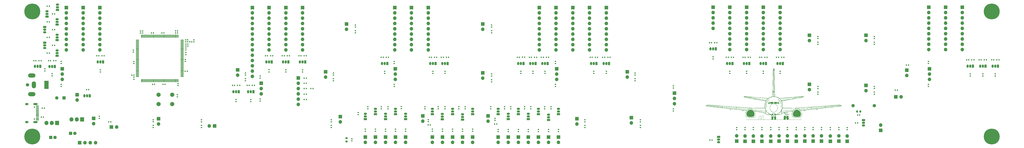
<source format=gts>
G04 #@! TF.GenerationSoftware,KiCad,Pcbnew,7.0.9*
G04 #@! TF.CreationDate,2024-04-05T10:46:58+01:00*
G04 #@! TF.ProjectId,mcpElectronicsv2,6d637045-6c65-4637-9472-6f6e69637376,rev?*
G04 #@! TF.SameCoordinates,Original*
G04 #@! TF.FileFunction,Soldermask,Top*
G04 #@! TF.FilePolarity,Negative*
%FSLAX46Y46*%
G04 Gerber Fmt 4.6, Leading zero omitted, Abs format (unit mm)*
G04 Created by KiCad (PCBNEW 7.0.9) date 2024-04-05 10:46:58*
%MOMM*%
%LPD*%
G01*
G04 APERTURE LIST*
G04 Aperture macros list*
%AMRoundRect*
0 Rectangle with rounded corners*
0 $1 Rounding radius*
0 $2 $3 $4 $5 $6 $7 $8 $9 X,Y pos of 4 corners*
0 Add a 4 corners polygon primitive as box body*
4,1,4,$2,$3,$4,$5,$6,$7,$8,$9,$2,$3,0*
0 Add four circle primitives for the rounded corners*
1,1,$1+$1,$2,$3*
1,1,$1+$1,$4,$5*
1,1,$1+$1,$6,$7*
1,1,$1+$1,$8,$9*
0 Add four rect primitives between the rounded corners*
20,1,$1+$1,$2,$3,$4,$5,0*
20,1,$1+$1,$4,$5,$6,$7,0*
20,1,$1+$1,$6,$7,$8,$9,0*
20,1,$1+$1,$8,$9,$2,$3,0*%
G04 Aperture macros list end*
%ADD10R,1.700000X1.700000*%
%ADD11O,1.700000X1.700000*%
%ADD12RoundRect,0.135000X-0.185000X0.135000X-0.185000X-0.135000X0.185000X-0.135000X0.185000X0.135000X0*%
%ADD13RoundRect,0.135000X0.135000X0.185000X-0.135000X0.185000X-0.135000X-0.185000X0.135000X-0.185000X0*%
%ADD14RoundRect,0.140000X0.170000X-0.140000X0.170000X0.140000X-0.170000X0.140000X-0.170000X-0.140000X0*%
%ADD15C,2.000000*%
%ADD16RoundRect,0.135000X-0.135000X-0.185000X0.135000X-0.185000X0.135000X0.185000X-0.135000X0.185000X0*%
%ADD17RoundRect,0.135000X0.185000X-0.135000X0.185000X0.135000X-0.185000X0.135000X-0.185000X-0.135000X0*%
%ADD18RoundRect,0.140000X0.140000X0.170000X-0.140000X0.170000X-0.140000X-0.170000X0.140000X-0.170000X0*%
%ADD19R,1.050000X1.500000*%
%ADD20O,1.050000X1.500000*%
%ADD21RoundRect,0.140000X-0.170000X0.140000X-0.170000X-0.140000X0.170000X-0.140000X0.170000X0.140000X0*%
%ADD22RoundRect,0.140000X-0.140000X-0.170000X0.140000X-0.170000X0.140000X0.170000X-0.140000X0.170000X0*%
%ADD23R,1.500000X1.050000*%
%ADD24O,1.500000X1.050000*%
%ADD25R,1.905000X2.000000*%
%ADD26O,1.905000X2.000000*%
%ADD27C,1.600000*%
%ADD28R,2.000000X4.000000*%
%ADD29O,2.000000X3.300000*%
%ADD30O,3.500000X2.000000*%
%ADD31C,7.600000*%
%ADD32RoundRect,0.075000X0.662500X0.075000X-0.662500X0.075000X-0.662500X-0.075000X0.662500X-0.075000X0*%
%ADD33RoundRect,0.075000X0.075000X0.662500X-0.075000X0.662500X-0.075000X-0.662500X0.075000X-0.662500X0*%
%ADD34R,1.600000X1.600000*%
%ADD35RoundRect,0.225000X-0.225000X-0.250000X0.225000X-0.250000X0.225000X0.250000X-0.225000X0.250000X0*%
%ADD36O,1.600000X1.600000*%
%ADD37C,0.650000*%
%ADD38R,1.450000X0.600000*%
%ADD39R,1.450000X0.300000*%
%ADD40O,2.100000X1.000000*%
%ADD41O,1.600000X1.000000*%
%ADD42RoundRect,0.225000X0.250000X-0.225000X0.250000X0.225000X-0.250000X0.225000X-0.250000X-0.225000X0*%
%ADD43RoundRect,0.147500X-0.147500X-0.172500X0.147500X-0.172500X0.147500X0.172500X-0.147500X0.172500X0*%
G04 APERTURE END LIST*
G36*
X433770473Y-256420567D02*
G01*
X434436154Y-256427339D01*
X434541243Y-256865489D01*
X434646331Y-257303639D01*
X434440711Y-257299271D01*
X434352658Y-257296826D01*
X434224996Y-257292510D01*
X434068867Y-257286738D01*
X433895411Y-257279926D01*
X433715770Y-257272489D01*
X433669942Y-257270526D01*
X433104792Y-257246149D01*
X433104792Y-256829972D01*
X433104792Y-256413795D01*
X433770473Y-256420567D01*
G37*
G36*
X432794273Y-256826972D02*
G01*
X432787292Y-257240139D01*
X432203092Y-257269329D01*
X431957534Y-257281414D01*
X431757983Y-257290642D01*
X431599723Y-257296962D01*
X431478039Y-257300325D01*
X431388215Y-257300679D01*
X431325534Y-257297975D01*
X431285283Y-257292162D01*
X431262744Y-257283190D01*
X431253203Y-257271009D01*
X431251752Y-257259189D01*
X431257988Y-257220147D01*
X431274446Y-257141369D01*
X431299000Y-257032395D01*
X431329526Y-256902765D01*
X431349335Y-256821039D01*
X431445758Y-256427339D01*
X432123506Y-256420572D01*
X432801254Y-256413806D01*
X432794273Y-256826972D01*
G37*
G36*
X435482288Y-256803557D02*
G01*
X435537942Y-256942035D01*
X435586717Y-257063786D01*
X435625566Y-257161172D01*
X435651442Y-257226552D01*
X435661273Y-257252201D01*
X435645890Y-257274769D01*
X435602192Y-257319319D01*
X435556151Y-257361477D01*
X435447248Y-257457416D01*
X435381194Y-257272577D01*
X435290914Y-257017350D01*
X435218115Y-256805883D01*
X435163020Y-256638881D01*
X435125855Y-256517052D01*
X435106848Y-256441103D01*
X435105983Y-256411925D01*
X435141233Y-256397751D01*
X435204212Y-256383869D01*
X435215588Y-256382052D01*
X435307085Y-256368250D01*
X435482288Y-256803557D01*
G37*
G36*
X430665020Y-256382251D02*
G01*
X430729961Y-256395471D01*
X430770804Y-256410042D01*
X430773409Y-256411934D01*
X430770036Y-256438503D01*
X430752688Y-256504310D01*
X430724215Y-256600660D01*
X430687465Y-256718860D01*
X430645287Y-256850213D01*
X430600533Y-256986026D01*
X430556051Y-257117604D01*
X430514690Y-257236251D01*
X430479299Y-257333274D01*
X430452730Y-257399978D01*
X430442758Y-257420862D01*
X430422409Y-257433598D01*
X430386728Y-257414354D01*
X430328764Y-257359838D01*
X430275686Y-257301260D01*
X430241443Y-257255371D01*
X430234398Y-257239068D01*
X430243417Y-257208683D01*
X430268576Y-257139264D01*
X430306831Y-257038815D01*
X430355139Y-256915341D01*
X430404476Y-256791693D01*
X430574748Y-256368648D01*
X430665020Y-256382251D01*
G37*
G36*
X435134685Y-256961453D02*
G01*
X435187774Y-257118345D01*
X435234141Y-257258476D01*
X435271596Y-257374962D01*
X435297946Y-257460918D01*
X435311000Y-257509459D01*
X435311761Y-257517680D01*
X435285296Y-257513373D01*
X435223678Y-257493608D01*
X435138720Y-257462282D01*
X435111392Y-257451587D01*
X435019216Y-257413477D01*
X434945066Y-257379908D01*
X434902053Y-257356898D01*
X434897742Y-257353540D01*
X434884651Y-257322457D01*
X434862043Y-257248957D01*
X434831781Y-257140133D01*
X434795725Y-257003079D01*
X434755736Y-256844887D01*
X434713676Y-256672650D01*
X434671404Y-256493460D01*
X434666397Y-256471789D01*
X434662466Y-256439755D01*
X434676903Y-256422663D01*
X434720658Y-256415847D01*
X434800482Y-256414639D01*
X434947741Y-256414639D01*
X435134685Y-256961453D01*
G37*
G36*
X431164901Y-256415939D02*
G01*
X431207662Y-256422756D01*
X431221142Y-256439761D01*
X431216096Y-256471535D01*
X431216030Y-256471789D01*
X431205161Y-256515528D01*
X431185066Y-256598741D01*
X431158131Y-256711449D01*
X431126748Y-256843671D01*
X431108093Y-256922639D01*
X431074669Y-257058882D01*
X431042884Y-257178535D01*
X431015367Y-257272413D01*
X430994748Y-257331332D01*
X430986867Y-257345995D01*
X430950078Y-257370128D01*
X430880815Y-257404972D01*
X430794021Y-257443013D01*
X430793392Y-257443271D01*
X430706220Y-257479027D01*
X430635637Y-257508074D01*
X430596764Y-257524189D01*
X430596542Y-257524283D01*
X430567700Y-257524017D01*
X430564339Y-257515906D01*
X430572104Y-257486540D01*
X430594106Y-257416305D01*
X430628002Y-257312351D01*
X430671445Y-257181827D01*
X430722092Y-257031882D01*
X430748489Y-256954477D01*
X430933092Y-256414816D01*
X431082104Y-256414727D01*
X431164901Y-256415939D01*
G37*
G36*
X430856570Y-255102900D02*
G01*
X430893336Y-255134931D01*
X430885065Y-255186067D01*
X430831396Y-255256988D01*
X430731964Y-255348369D01*
X430719397Y-255358734D01*
X430459985Y-255593787D01*
X430215939Y-255859320D01*
X429993856Y-256146049D01*
X429800335Y-256444691D01*
X429641975Y-256745963D01*
X429526559Y-257036939D01*
X429433701Y-257402544D01*
X429390128Y-257777234D01*
X429395830Y-258157826D01*
X429450794Y-258541140D01*
X429532983Y-258856418D01*
X429553688Y-258938451D01*
X429551685Y-258986691D01*
X429541602Y-259002468D01*
X429490922Y-259029570D01*
X429444689Y-259006645D01*
X429409721Y-258947364D01*
X429365994Y-258821200D01*
X429323547Y-258660146D01*
X429285838Y-258480064D01*
X429256324Y-258296816D01*
X429243108Y-258182839D01*
X429233024Y-257809768D01*
X429272744Y-257437486D01*
X429361300Y-257068460D01*
X429497721Y-256705152D01*
X429681041Y-256350027D01*
X429910289Y-256005548D01*
X430184498Y-255674181D01*
X430261593Y-255591979D01*
X430421901Y-255429818D01*
X430561770Y-255297737D01*
X430678693Y-255197800D01*
X430770159Y-255132068D01*
X430833660Y-255102604D01*
X430856570Y-255102900D01*
G37*
G36*
X435115967Y-255136861D02*
G01*
X435194263Y-255190998D01*
X435275282Y-255259152D01*
X435379638Y-255354838D01*
X435496878Y-255467656D01*
X435616551Y-255587203D01*
X435728205Y-255703078D01*
X435821388Y-255804880D01*
X435875089Y-255868539D01*
X436121130Y-256216664D01*
X436324967Y-256583970D01*
X436483789Y-256964618D01*
X436594785Y-257352769D01*
X436599196Y-257373047D01*
X436620073Y-257508615D01*
X436634163Y-257678666D01*
X436641262Y-257867310D01*
X436641164Y-258058658D01*
X436633664Y-258236820D01*
X436618555Y-258385909D01*
X436612757Y-258421239D01*
X436589163Y-258535606D01*
X436559540Y-258658922D01*
X436527267Y-258779168D01*
X436495726Y-258884323D01*
X436468297Y-258962369D01*
X436450238Y-258999089D01*
X436404967Y-259028498D01*
X436359218Y-259018522D01*
X436339247Y-258991359D01*
X436339118Y-258951117D01*
X436351017Y-258874703D01*
X436372698Y-258774694D01*
X436390269Y-258705609D01*
X436468692Y-258321769D01*
X436496573Y-257942546D01*
X436473998Y-257568335D01*
X436401049Y-257199531D01*
X436277810Y-256836530D01*
X436104364Y-256479727D01*
X435880796Y-256129517D01*
X435831397Y-256062069D01*
X435695461Y-255892861D01*
X435537147Y-255716052D01*
X435370599Y-255546413D01*
X435209956Y-255398715D01*
X435143142Y-255343169D01*
X435057305Y-255268276D01*
X435002297Y-255206544D01*
X434984392Y-255167054D01*
X434999322Y-255116261D01*
X435043491Y-255106232D01*
X435115967Y-255136861D01*
G37*
G36*
X422126300Y-260171246D02*
G01*
X422297588Y-260202122D01*
X422360592Y-260221033D01*
X422622531Y-260338551D01*
X422871099Y-260499970D01*
X423100875Y-260699014D01*
X423306439Y-260929409D01*
X423482372Y-261184881D01*
X423623252Y-261459156D01*
X423723661Y-261745959D01*
X423742123Y-261820283D01*
X423771568Y-262009485D01*
X423781569Y-262220005D01*
X423773212Y-262437606D01*
X423747582Y-262648047D01*
X423705767Y-262837092D01*
X423653625Y-262980539D01*
X423548941Y-263148300D01*
X423403734Y-263290238D01*
X423217049Y-263406856D01*
X422987931Y-263498658D01*
X422715426Y-263566147D01*
X422474892Y-263601922D01*
X422343127Y-263612507D01*
X422174227Y-263619644D01*
X421981736Y-263623347D01*
X421779201Y-263623630D01*
X421580166Y-263620505D01*
X421398179Y-263613986D01*
X421246785Y-263604086D01*
X421211341Y-263600670D01*
X420925861Y-263555600D01*
X420674091Y-263485134D01*
X420458857Y-263390753D01*
X420282990Y-263273937D01*
X420149315Y-263136164D01*
X420071110Y-263003984D01*
X420013194Y-262832380D01*
X419972661Y-262626948D01*
X419950337Y-262401883D01*
X419947047Y-262171381D01*
X419963617Y-261949639D01*
X419998751Y-261759052D01*
X420094443Y-261474124D01*
X420230643Y-261201517D01*
X420401843Y-260947386D01*
X420602532Y-260717885D01*
X420827200Y-260519170D01*
X421070335Y-260357395D01*
X421326428Y-260238715D01*
X421374925Y-260221929D01*
X421538968Y-260183161D01*
X421730123Y-260161781D01*
X421931523Y-260157804D01*
X422126300Y-260171246D01*
G37*
G36*
X444147979Y-260163440D02*
G01*
X444258943Y-260168883D01*
X444349388Y-260180624D01*
X444434417Y-260200445D01*
X444504458Y-260221929D01*
X444762176Y-260331847D01*
X445008117Y-260485948D01*
X445236694Y-260677998D01*
X445442322Y-260901758D01*
X445619413Y-261150992D01*
X445762382Y-261419462D01*
X445865643Y-261700933D01*
X445881243Y-261759052D01*
X445910308Y-261919543D01*
X445927413Y-262111841D01*
X445932108Y-262318276D01*
X445923944Y-262521175D01*
X445904867Y-262688439D01*
X445849349Y-262905017D01*
X445756576Y-263090641D01*
X445625085Y-263246649D01*
X445453415Y-263374380D01*
X445240103Y-263475174D01*
X444983688Y-263550370D01*
X444957727Y-263556082D01*
X444861489Y-263574205D01*
X444756903Y-263588240D01*
X444635005Y-263598837D01*
X444486829Y-263606651D01*
X444303411Y-263612334D01*
X444141092Y-263615528D01*
X443960666Y-263617309D01*
X443785306Y-263616880D01*
X443625470Y-263614430D01*
X443491618Y-263610147D01*
X443394208Y-263604219D01*
X443369444Y-263601640D01*
X443072931Y-263551089D01*
X442820633Y-263478238D01*
X442610270Y-263381250D01*
X442439560Y-263258291D01*
X442306223Y-263107522D01*
X442207977Y-262927108D01*
X442142541Y-262715211D01*
X442121401Y-262596788D01*
X442097806Y-262259551D01*
X442123636Y-261932869D01*
X442198243Y-261618753D01*
X442320977Y-261319210D01*
X442491187Y-261036249D01*
X442708225Y-260771879D01*
X442713442Y-260766371D01*
X442902318Y-260583319D01*
X443087656Y-260438984D01*
X443282999Y-260324243D01*
X443501890Y-260229970D01*
X443518792Y-260223775D01*
X443600404Y-260197082D01*
X443679398Y-260179397D01*
X443769948Y-260168921D01*
X443886229Y-260163854D01*
X444001392Y-260162509D01*
X444147979Y-260163440D01*
G37*
G36*
X433224584Y-257300563D02*
G01*
X433519220Y-257362334D01*
X433800674Y-257466925D01*
X434062222Y-257614340D01*
X434087548Y-257631805D01*
X434311226Y-257819024D01*
X434496273Y-258038446D01*
X434641386Y-258287816D01*
X434745257Y-258564877D01*
X434806582Y-258867373D01*
X434807736Y-258876694D01*
X434820428Y-259176698D01*
X434789624Y-259486434D01*
X434718756Y-259798454D01*
X434611255Y-260105306D01*
X434470553Y-260399540D01*
X434300079Y-260673706D01*
X434103267Y-260920354D01*
X433883546Y-261132033D01*
X433709740Y-261260795D01*
X433542208Y-261359308D01*
X433384940Y-261425676D01*
X433219644Y-261465541D01*
X433028029Y-261484545D01*
X432977792Y-261486575D01*
X432844485Y-261488886D01*
X432743713Y-261484492D01*
X432657419Y-261471283D01*
X432567547Y-261447151D01*
X432526177Y-261433844D01*
X432288576Y-261329698D01*
X432059932Y-261180016D01*
X431844486Y-260989845D01*
X431646480Y-260764230D01*
X431470157Y-260508216D01*
X431319758Y-260226850D01*
X431199526Y-259925177D01*
X431165132Y-259814954D01*
X431091777Y-259487451D01*
X431062787Y-259169080D01*
X431063556Y-259152696D01*
X431169680Y-259152696D01*
X431194756Y-259453494D01*
X431261008Y-259762452D01*
X431369283Y-260075917D01*
X431453832Y-260262739D01*
X431599552Y-260519426D01*
X431769865Y-260753007D01*
X431959158Y-260958248D01*
X432161819Y-261129916D01*
X432372238Y-261262776D01*
X432584802Y-261351597D01*
X432637043Y-261366163D01*
X432750393Y-261382695D01*
X432893934Y-261386839D01*
X433049996Y-261379727D01*
X433200907Y-261362493D01*
X433328998Y-261336270D01*
X433383679Y-261318282D01*
X433622811Y-261195606D01*
X433847287Y-261029216D01*
X434053554Y-260824970D01*
X434238057Y-260588726D01*
X434397242Y-260326342D01*
X434527557Y-260043675D01*
X434625448Y-259746584D01*
X434687359Y-259440927D01*
X434709739Y-259132562D01*
X434709739Y-259132439D01*
X434696062Y-258844853D01*
X434650218Y-258591077D01*
X434569215Y-258363335D01*
X434450061Y-258153848D01*
X434289762Y-257954841D01*
X434234475Y-257897297D01*
X434121599Y-257789035D01*
X434023245Y-257708662D01*
X433922795Y-257643931D01*
X433814565Y-257587819D01*
X433640196Y-257509756D01*
X433484977Y-257455234D01*
X433332089Y-257420566D01*
X433164716Y-257402064D01*
X432966041Y-257396040D01*
X432939692Y-257395980D01*
X432734776Y-257400894D01*
X432563349Y-257418020D01*
X432408835Y-257450936D01*
X432254662Y-257503222D01*
X432084256Y-257578454D01*
X432075849Y-257582480D01*
X431836434Y-257723863D01*
X431632261Y-257898979D01*
X431464176Y-258104176D01*
X431333028Y-258335799D01*
X431239664Y-258590196D01*
X431184932Y-258863713D01*
X431169680Y-259152696D01*
X431063556Y-259152696D01*
X431077131Y-258863447D01*
X431133777Y-258574160D01*
X431231694Y-258304824D01*
X431369851Y-258059045D01*
X431547216Y-257840429D01*
X431762758Y-257652583D01*
X431788982Y-257633793D01*
X432048682Y-257481555D01*
X432328815Y-257372107D01*
X432622658Y-257305455D01*
X432923489Y-257281605D01*
X433224584Y-257300563D01*
G37*
G36*
X433024800Y-240380152D02*
G01*
X433115707Y-240437727D01*
X433136897Y-240456588D01*
X433172060Y-240490191D01*
X433201446Y-240521440D01*
X433225659Y-240555050D01*
X433245304Y-240595737D01*
X433260986Y-240648216D01*
X433273308Y-240717201D01*
X433282877Y-240807410D01*
X433290295Y-240923556D01*
X433296169Y-241070355D01*
X433301101Y-241252523D01*
X433305698Y-241474775D01*
X433310563Y-241741826D01*
X433312003Y-241822339D01*
X433314587Y-241966522D01*
X433318024Y-242158255D01*
X433322255Y-242394294D01*
X433327223Y-242671397D01*
X433332869Y-242986321D01*
X433339134Y-243335824D01*
X433345962Y-243716663D01*
X433353293Y-244125595D01*
X433361070Y-244559377D01*
X433369234Y-245014768D01*
X433377728Y-245488523D01*
X433386492Y-245977401D01*
X433395470Y-246478160D01*
X433404603Y-246987555D01*
X433413833Y-247502345D01*
X433421291Y-247918339D01*
X433430392Y-248423878D01*
X433439399Y-248920201D01*
X433448259Y-249404545D01*
X433456920Y-249874146D01*
X433465327Y-250326242D01*
X433473428Y-250758070D01*
X433481169Y-251166869D01*
X433488498Y-251549874D01*
X433495361Y-251904323D01*
X433501704Y-252227453D01*
X433507476Y-252516503D01*
X433512622Y-252768708D01*
X433517089Y-252981307D01*
X433520825Y-253151537D01*
X433523776Y-253276634D01*
X433525888Y-253353837D01*
X433525969Y-253356327D01*
X433541844Y-253841315D01*
X433799568Y-253886336D01*
X434180263Y-253970980D01*
X434553585Y-254088997D01*
X434909190Y-254236147D01*
X435236736Y-254408189D01*
X435505652Y-254585732D01*
X435633213Y-254680342D01*
X436153352Y-254633617D01*
X436230791Y-254626656D01*
X436356106Y-254615386D01*
X436526579Y-254600050D01*
X436739491Y-254580895D01*
X436992123Y-254558164D01*
X437281756Y-254532102D01*
X437605673Y-254502954D01*
X437961153Y-254470964D01*
X438345478Y-254436378D01*
X438755929Y-254399439D01*
X439189787Y-254360393D01*
X439644334Y-254319484D01*
X440116851Y-254276957D01*
X440604619Y-254233056D01*
X441104919Y-254188027D01*
X441615032Y-254142113D01*
X441778892Y-254127364D01*
X442386915Y-254072629D01*
X442946406Y-254022276D01*
X443459431Y-253976167D01*
X443928054Y-253934163D01*
X444354341Y-253896127D01*
X444740359Y-253861918D01*
X445088173Y-253831400D01*
X445399849Y-253804434D01*
X445677452Y-253780880D01*
X445923048Y-253760600D01*
X446138704Y-253743456D01*
X446326484Y-253729309D01*
X446488455Y-253718021D01*
X446626682Y-253709453D01*
X446743231Y-253703466D01*
X446840168Y-253699923D01*
X446919558Y-253698684D01*
X446983468Y-253699611D01*
X447033962Y-253702565D01*
X447073107Y-253707408D01*
X447102969Y-253714002D01*
X447125612Y-253722207D01*
X447143104Y-253731886D01*
X447157509Y-253742899D01*
X447170894Y-253755108D01*
X447181567Y-253765023D01*
X447224403Y-253830933D01*
X447221869Y-253904661D01*
X447177854Y-253981608D01*
X447096248Y-254057176D01*
X446980941Y-254126767D01*
X446835822Y-254185781D01*
X446821871Y-254190278D01*
X446702279Y-254225303D01*
X446550065Y-254265044D01*
X446364312Y-254309671D01*
X446144104Y-254359356D01*
X445888524Y-254414267D01*
X445596655Y-254474576D01*
X445267581Y-254540452D01*
X444900385Y-254612065D01*
X444494151Y-254689586D01*
X444047960Y-254773185D01*
X443560898Y-254863032D01*
X443032047Y-254959298D01*
X442460490Y-255062151D01*
X441845311Y-255171764D01*
X441185593Y-255288305D01*
X440480420Y-255411945D01*
X439728875Y-255542854D01*
X438930040Y-255681202D01*
X438083000Y-255827160D01*
X437186837Y-255980898D01*
X437054492Y-256003550D01*
X436942438Y-256022830D01*
X436866411Y-256041305D01*
X436823293Y-256067228D01*
X436809965Y-256108852D01*
X436823308Y-256174428D01*
X436860205Y-256272211D01*
X436908763Y-256389239D01*
X437011769Y-256672868D01*
X437101765Y-256992269D01*
X437174834Y-257333236D01*
X437185327Y-257392539D01*
X437206372Y-257556775D01*
X437221097Y-257758698D01*
X437229504Y-257985589D01*
X437231594Y-258224729D01*
X437227368Y-258463400D01*
X437216828Y-258688882D01*
X437199976Y-258888458D01*
X437185137Y-259001462D01*
X437168306Y-259116596D01*
X437156820Y-259212417D01*
X437151771Y-259278391D01*
X437153753Y-259303666D01*
X437180461Y-259305669D01*
X437254837Y-259307989D01*
X437373750Y-259310587D01*
X437534068Y-259313424D01*
X437732662Y-259316459D01*
X437966399Y-259319654D01*
X438232148Y-259322968D01*
X438526780Y-259326362D01*
X438847161Y-259329797D01*
X439190163Y-259333232D01*
X439552653Y-259336629D01*
X439931501Y-259339948D01*
X440201058Y-259342174D01*
X443234282Y-259366600D01*
X443382887Y-259306669D01*
X443424886Y-259290315D01*
X443465088Y-259277226D01*
X443509536Y-259267019D01*
X443564275Y-259259317D01*
X443635348Y-259253737D01*
X443728799Y-259249899D01*
X443850671Y-259247424D01*
X444007009Y-259245931D01*
X444203855Y-259245039D01*
X444369692Y-259244567D01*
X444478944Y-259244201D01*
X444582341Y-259243577D01*
X444682629Y-259242525D01*
X444782550Y-259240875D01*
X444884851Y-259238457D01*
X444992276Y-259235103D01*
X445107569Y-259230642D01*
X445233476Y-259224905D01*
X445372740Y-259217721D01*
X445528106Y-259208923D01*
X445702319Y-259198339D01*
X445898123Y-259185800D01*
X446118264Y-259171137D01*
X446365485Y-259154180D01*
X446642532Y-259134759D01*
X446952148Y-259112705D01*
X447297080Y-259087848D01*
X447680070Y-259060018D01*
X448103864Y-259029046D01*
X448571207Y-258994762D01*
X448628820Y-258990526D01*
X450660954Y-258990526D01*
X450767205Y-259084052D01*
X450842167Y-259165080D01*
X450910644Y-259263474D01*
X450934662Y-259308254D01*
X450995867Y-259438930D01*
X451099079Y-259424924D01*
X451141010Y-259420354D01*
X451229246Y-259411618D01*
X451359499Y-259399117D01*
X451527481Y-259383249D01*
X451728904Y-259364416D01*
X451959478Y-259343015D01*
X452214915Y-259319448D01*
X452490928Y-259294113D01*
X452783226Y-259267411D01*
X453031092Y-259244862D01*
X453652461Y-259188371D01*
X454224155Y-259136248D01*
X454747102Y-259088404D01*
X455222230Y-259044751D01*
X455650467Y-259005203D01*
X456032743Y-258969670D01*
X456369985Y-258938066D01*
X456663122Y-258910302D01*
X456913083Y-258886291D01*
X457120796Y-258865945D01*
X457287189Y-258849177D01*
X457413191Y-258835897D01*
X457499731Y-258826020D01*
X457547737Y-258819456D01*
X457558931Y-258816766D01*
X457548180Y-258794378D01*
X457508495Y-258745754D01*
X457447488Y-258679943D01*
X457422265Y-258654281D01*
X457272892Y-258504505D01*
X455659992Y-258624418D01*
X455321019Y-258649569D01*
X454942954Y-258677530D01*
X454537370Y-258707451D01*
X454115844Y-258738481D01*
X453689951Y-258769769D01*
X453271264Y-258800464D01*
X452871360Y-258829716D01*
X452501813Y-258856674D01*
X452354023Y-258867429D01*
X450660954Y-258990526D01*
X448628820Y-258990526D01*
X449084843Y-258956997D01*
X449411592Y-258932949D01*
X449881061Y-258898390D01*
X450343899Y-258864320D01*
X450796893Y-258830975D01*
X451236829Y-258798591D01*
X451660494Y-258767406D01*
X452064675Y-258737655D01*
X452446160Y-258709575D01*
X452801734Y-258683403D01*
X453128186Y-258659375D01*
X453422303Y-258637728D01*
X453680870Y-258618698D01*
X453900676Y-258602521D01*
X454078507Y-258589434D01*
X454211150Y-258579674D01*
X454275692Y-258574926D01*
X454369847Y-258568021D01*
X454511726Y-258557647D01*
X454698386Y-258544017D01*
X454926883Y-258527346D01*
X455194274Y-258507848D01*
X455255823Y-258503362D01*
X457437432Y-258503362D01*
X457520262Y-258597303D01*
X457581809Y-258668586D01*
X457638046Y-258736085D01*
X457653892Y-258755854D01*
X457704692Y-258820465D01*
X458873092Y-258710222D01*
X459079876Y-258690767D01*
X459330976Y-258667237D01*
X459620120Y-258640217D01*
X459941038Y-258610288D01*
X460287458Y-258578034D01*
X460653110Y-258544038D01*
X461031722Y-258508883D01*
X461417024Y-258473154D01*
X461802746Y-258437432D01*
X462182615Y-258402301D01*
X462390992Y-258383053D01*
X462733832Y-258351345D01*
X463063931Y-258320711D01*
X463377557Y-258291504D01*
X463670978Y-258264075D01*
X463940461Y-258238777D01*
X464182275Y-258215961D01*
X464392688Y-258195981D01*
X464567968Y-258179189D01*
X464704382Y-258165936D01*
X464798200Y-258156575D01*
X464845688Y-258151459D01*
X464848442Y-258151099D01*
X464916185Y-258144315D01*
X464947618Y-258152223D01*
X464956223Y-258179455D01*
X464956392Y-258188198D01*
X464946304Y-258223446D01*
X464907754Y-258244121D01*
X464848442Y-258255310D01*
X464812407Y-258259159D01*
X464729325Y-258267339D01*
X464602734Y-258279521D01*
X464436173Y-258295377D01*
X464233181Y-258314577D01*
X463997296Y-258336793D01*
X463732056Y-258361694D01*
X463441000Y-258388953D01*
X463127668Y-258418240D01*
X462795596Y-258449225D01*
X462448324Y-258481580D01*
X462089390Y-258514976D01*
X461722334Y-258549084D01*
X461350693Y-258583574D01*
X460978005Y-258618117D01*
X460607811Y-258652385D01*
X460243647Y-258686048D01*
X459889053Y-258718777D01*
X459547568Y-258750244D01*
X459222729Y-258780118D01*
X458918075Y-258808071D01*
X458637146Y-258833774D01*
X458383478Y-258856898D01*
X458229717Y-258870858D01*
X457738743Y-258915346D01*
X457753467Y-258988967D01*
X457764578Y-259063606D01*
X457768192Y-259117813D01*
X457775784Y-259155264D01*
X457808355Y-259166955D01*
X457850742Y-259164596D01*
X457887186Y-259160654D01*
X457970584Y-259151497D01*
X458097400Y-259137519D01*
X458264096Y-259119110D01*
X458467138Y-259096662D01*
X458702988Y-259070566D01*
X458968110Y-259041213D01*
X459258969Y-259008995D01*
X459572027Y-258974303D01*
X459903749Y-258937528D01*
X460250598Y-258899062D01*
X460447892Y-258877175D01*
X461025573Y-258812944D01*
X461554801Y-258753771D01*
X462037643Y-258699378D01*
X462476163Y-258649487D01*
X462872427Y-258603819D01*
X463228502Y-258562096D01*
X463546452Y-258524037D01*
X463828345Y-258489366D01*
X464076245Y-258457802D01*
X464292218Y-258429068D01*
X464478331Y-258402884D01*
X464636649Y-258378972D01*
X464769238Y-258357053D01*
X464878163Y-258336848D01*
X464965491Y-258318079D01*
X465033288Y-258300467D01*
X465083618Y-258283733D01*
X465118548Y-258267599D01*
X465140144Y-258251785D01*
X465147076Y-258243141D01*
X465139161Y-258212431D01*
X465086280Y-258174294D01*
X464993312Y-258131100D01*
X464865136Y-258085220D01*
X464753080Y-258051658D01*
X464505004Y-257982374D01*
X461104848Y-258227996D01*
X460691409Y-258257901D01*
X460290403Y-258286982D01*
X459904913Y-258315010D01*
X459538023Y-258341761D01*
X459192816Y-258367005D01*
X458872375Y-258390515D01*
X458579783Y-258412065D01*
X458318123Y-258431427D01*
X458090479Y-258448374D01*
X457899933Y-258462678D01*
X457749569Y-258474113D01*
X457642470Y-258482451D01*
X457581719Y-258487464D01*
X457571062Y-258488490D01*
X457437432Y-258503362D01*
X455255823Y-258503362D01*
X455497617Y-258485739D01*
X455833968Y-258461231D01*
X456200385Y-258434540D01*
X456593925Y-258405879D01*
X457011644Y-258375464D01*
X457450600Y-258343508D01*
X457907850Y-258310226D01*
X458380451Y-258275832D01*
X458865460Y-258240541D01*
X459359934Y-258204567D01*
X459720578Y-258178333D01*
X464505064Y-257830316D01*
X464724378Y-257885050D01*
X464880237Y-257930180D01*
X465023420Y-257983261D01*
X465144985Y-258040036D01*
X465235994Y-258096248D01*
X465287504Y-258147640D01*
X465291452Y-258155063D01*
X465310273Y-258239291D01*
X465284005Y-258313321D01*
X465211246Y-258378462D01*
X465090596Y-258436023D01*
X464941369Y-258482049D01*
X464879948Y-258495578D01*
X464788996Y-258511883D01*
X464667441Y-258531087D01*
X464514210Y-258553317D01*
X464328230Y-258578695D01*
X464108427Y-258607348D01*
X463853729Y-258639399D01*
X463563061Y-258674974D01*
X463235352Y-258714196D01*
X462869528Y-258757191D01*
X462464516Y-258804083D01*
X462019243Y-258854997D01*
X461532636Y-258910057D01*
X461003621Y-258969388D01*
X460431125Y-259033115D01*
X459814076Y-259101362D01*
X459151400Y-259174253D01*
X458442024Y-259251914D01*
X457684875Y-259334469D01*
X456878880Y-259422043D01*
X456396592Y-259474318D01*
X455990938Y-259518240D01*
X455632830Y-259557017D01*
X455319313Y-259591016D01*
X455047431Y-259620603D01*
X454814231Y-259646143D01*
X454616758Y-259668001D01*
X454452056Y-259686544D01*
X454317170Y-259702138D01*
X454209147Y-259715146D01*
X454125031Y-259725937D01*
X454061868Y-259734874D01*
X454016702Y-259742324D01*
X453986579Y-259748652D01*
X453968544Y-259754224D01*
X453959643Y-259759406D01*
X453956920Y-259764563D01*
X453957421Y-259770061D01*
X453958192Y-259776061D01*
X453947779Y-259812396D01*
X453920182Y-259880863D01*
X453880867Y-259968123D01*
X453871026Y-259988856D01*
X453797136Y-260119827D01*
X453723104Y-260202137D01*
X453646120Y-260237855D01*
X453563373Y-260229049D01*
X453551024Y-260224320D01*
X453478935Y-260172725D01*
X453406998Y-260083424D01*
X453344283Y-259968721D01*
X453321986Y-259913489D01*
X453291987Y-259853127D01*
X453259699Y-259820257D01*
X453251608Y-259818238D01*
X453220801Y-259820886D01*
X453143636Y-259828532D01*
X453024263Y-259840735D01*
X452866831Y-259857052D01*
X452675489Y-259877041D01*
X452454387Y-259900259D01*
X452207675Y-259926264D01*
X451939502Y-259954612D01*
X451654018Y-259984861D01*
X451355373Y-260016570D01*
X451047715Y-260049294D01*
X450735195Y-260082593D01*
X450421962Y-260116022D01*
X450112165Y-260149140D01*
X449809955Y-260181504D01*
X449519481Y-260212671D01*
X449244891Y-260242199D01*
X448990337Y-260269646D01*
X448759967Y-260294568D01*
X448557931Y-260316523D01*
X448388379Y-260335069D01*
X448255460Y-260349763D01*
X448163323Y-260360163D01*
X448116119Y-260365826D01*
X448112601Y-260366325D01*
X448059378Y-260378375D01*
X448024349Y-260402563D01*
X447995934Y-260451525D01*
X447967305Y-260524855D01*
X447899646Y-260674283D01*
X447823306Y-260780847D01*
X447741244Y-260842921D01*
X447656416Y-260858877D01*
X447571782Y-260827090D01*
X447513288Y-260774485D01*
X447456358Y-260696026D01*
X447403760Y-260602015D01*
X447390007Y-260571380D01*
X447354401Y-260501996D01*
X447318840Y-260459891D01*
X447303392Y-260453340D01*
X447269022Y-260455939D01*
X447190982Y-260463320D01*
X447076105Y-260474791D01*
X446931223Y-260489656D01*
X446763171Y-260507223D01*
X446578782Y-260526796D01*
X446554092Y-260529439D01*
X446368487Y-260549205D01*
X446198699Y-260567065D01*
X446051483Y-260582325D01*
X445933593Y-260594294D01*
X445851783Y-260602277D01*
X445812810Y-260605582D01*
X445811194Y-260605632D01*
X445809647Y-260624017D01*
X445834281Y-260672682D01*
X445879970Y-260741900D01*
X445891150Y-260757309D01*
X446083115Y-261055510D01*
X446239037Y-261376353D01*
X446352711Y-261706509D01*
X446376271Y-261799439D01*
X446398613Y-261935276D01*
X446412899Y-262106824D01*
X446419113Y-262299633D01*
X446417234Y-262499254D01*
X446407246Y-262691236D01*
X446389129Y-262861131D01*
X446377705Y-262929739D01*
X446320265Y-263148059D01*
X446235846Y-263340244D01*
X446122266Y-263507343D01*
X445977343Y-263650408D01*
X445798895Y-263770487D01*
X445584739Y-263868633D01*
X445332693Y-263945895D01*
X445040576Y-264003324D01*
X444706205Y-264041970D01*
X444327397Y-264062884D01*
X444014092Y-264067564D01*
X443604667Y-264059310D01*
X443240913Y-264033379D01*
X442920490Y-263988696D01*
X442641058Y-263924187D01*
X442400278Y-263838778D01*
X442195808Y-263731395D01*
X442025311Y-263600963D01*
X441886446Y-263446407D01*
X441776873Y-263266655D01*
X441694253Y-263060630D01*
X441674290Y-262993239D01*
X441656617Y-262917052D01*
X441643834Y-262830283D01*
X441635250Y-262723509D01*
X441630175Y-262587310D01*
X441627916Y-262412263D01*
X441627702Y-262358239D01*
X441627923Y-262332839D01*
X441734956Y-262332839D01*
X441743619Y-262610160D01*
X441769621Y-262845376D01*
X441814825Y-263044765D01*
X441881094Y-263214606D01*
X441970292Y-263361180D01*
X442076148Y-263482800D01*
X442197622Y-263587143D01*
X442337509Y-263675770D01*
X442501222Y-263750455D01*
X442694172Y-263812969D01*
X442921772Y-263865088D01*
X443189434Y-263908584D01*
X443480692Y-263943018D01*
X443577813Y-263948749D01*
X443715214Y-263951146D01*
X443882509Y-263950542D01*
X444069308Y-263947268D01*
X444265226Y-263941656D01*
X444459874Y-263934038D01*
X444642865Y-263924745D01*
X444803812Y-263914109D01*
X444932327Y-263902462D01*
X444991992Y-263894751D01*
X445303219Y-263831439D01*
X445569164Y-263745292D01*
X445789953Y-263636246D01*
X445965713Y-263504237D01*
X446096570Y-263349202D01*
X446102528Y-263339909D01*
X446179749Y-263182059D01*
X446239762Y-262986304D01*
X446281703Y-262762837D01*
X446304712Y-262521853D01*
X446307923Y-262273543D01*
X446290475Y-262028102D01*
X446251505Y-261795723D01*
X446237984Y-261739642D01*
X446132577Y-261426669D01*
X445982546Y-261121723D01*
X445793775Y-260832302D01*
X445572146Y-260565904D01*
X445323542Y-260330026D01*
X445053847Y-260132165D01*
X444929423Y-260059539D01*
X445167850Y-260059539D01*
X445315698Y-260167112D01*
X445408483Y-260239003D01*
X445500468Y-260317320D01*
X445561073Y-260374561D01*
X445625057Y-260434111D01*
X445674832Y-260461428D01*
X445726856Y-260464778D01*
X445738045Y-260463430D01*
X445778866Y-260458611D01*
X445864879Y-260449090D01*
X445990751Y-260435438D01*
X446018380Y-260432473D01*
X447460320Y-260432473D01*
X447498127Y-260522958D01*
X447556431Y-260641780D01*
X447612244Y-260711169D01*
X447667339Y-260732317D01*
X447723488Y-260706411D01*
X447742985Y-260687260D01*
X447771325Y-260646208D01*
X447806584Y-260582638D01*
X447841796Y-260511147D01*
X447869995Y-260446333D01*
X447884217Y-260402792D01*
X447883364Y-260393065D01*
X447855983Y-260393214D01*
X447790570Y-260398132D01*
X447699564Y-260406830D01*
X447667606Y-260410193D01*
X447460320Y-260432473D01*
X446018380Y-260432473D01*
X446151150Y-260418225D01*
X446340743Y-260398021D01*
X446554196Y-260375396D01*
X446786176Y-260350922D01*
X447023992Y-260325938D01*
X447312449Y-260295660D01*
X447623968Y-260262896D01*
X447946853Y-260228880D01*
X448269405Y-260194847D01*
X448579930Y-260162030D01*
X448866730Y-260131665D01*
X449118109Y-260104985D01*
X449182992Y-260098085D01*
X449410703Y-260073897D01*
X449633766Y-260050290D01*
X449844420Y-260028079D01*
X450034904Y-260008078D01*
X450197457Y-259991103D01*
X450324320Y-259977969D01*
X450402192Y-259970043D01*
X450519448Y-259957687D01*
X450622891Y-259945647D01*
X450698801Y-259935579D01*
X450727685Y-259930708D01*
X450760963Y-259908644D01*
X450910192Y-259908644D01*
X450932175Y-259910938D01*
X450985799Y-259905858D01*
X450992742Y-259904899D01*
X451031283Y-259900304D01*
X451116074Y-259890808D01*
X451242848Y-259876872D01*
X451407338Y-259858959D01*
X451605278Y-259837528D01*
X451832401Y-259813041D01*
X451974377Y-259797786D01*
X453400777Y-259797786D01*
X453437504Y-259885685D01*
X453483856Y-259979365D01*
X453535654Y-260057582D01*
X453584361Y-260108943D01*
X453615292Y-260123039D01*
X453652379Y-260103976D01*
X453696484Y-260057503D01*
X453700713Y-260051724D01*
X453735093Y-259995228D01*
X453771445Y-259923303D01*
X453803443Y-259850488D01*
X453824763Y-259791323D01*
X453829077Y-259760346D01*
X453828021Y-259759122D01*
X453800138Y-259758794D01*
X453734256Y-259763354D01*
X453642841Y-259771874D01*
X453609634Y-259775350D01*
X453400777Y-259797786D01*
X451974377Y-259797786D01*
X452084440Y-259785960D01*
X452357128Y-259756745D01*
X452646199Y-259725857D01*
X452865992Y-259702425D01*
X453342510Y-259651627D01*
X453807338Y-259601990D01*
X454257763Y-259553808D01*
X454691070Y-259507373D01*
X455104545Y-259462980D01*
X455495474Y-259420922D01*
X455861144Y-259381493D01*
X456198839Y-259344985D01*
X456505847Y-259311694D01*
X456779453Y-259281911D01*
X457016943Y-259255931D01*
X457215602Y-259234048D01*
X457372718Y-259216554D01*
X457485575Y-259203743D01*
X457551460Y-259195910D01*
X457561815Y-259194552D01*
X457672939Y-259179174D01*
X457656956Y-259062564D01*
X457645552Y-258991336D01*
X457635011Y-258944754D01*
X457631328Y-258936309D01*
X457604837Y-258936577D01*
X457532933Y-258941223D01*
X457420774Y-258949817D01*
X457273521Y-258961927D01*
X457096331Y-258977122D01*
X456894363Y-258994969D01*
X456672777Y-259015038D01*
X456507488Y-259030295D01*
X456297580Y-259049760D01*
X456044007Y-259073176D01*
X455753694Y-259099908D01*
X455433568Y-259129321D01*
X455090556Y-259160780D01*
X454731585Y-259193650D01*
X454363580Y-259227298D01*
X453993470Y-259261087D01*
X453628179Y-259294383D01*
X453310492Y-259323292D01*
X452987288Y-259352731D01*
X452676530Y-259381142D01*
X452382246Y-259408149D01*
X452108461Y-259433378D01*
X451859201Y-259456456D01*
X451638493Y-259477007D01*
X451450362Y-259494658D01*
X451298834Y-259509034D01*
X451187937Y-259519761D01*
X451121695Y-259526465D01*
X451107042Y-259528132D01*
X451034436Y-259539548D01*
X450999010Y-259556835D01*
X450987436Y-259591347D01*
X450986392Y-259630938D01*
X450975968Y-259715749D01*
X450950642Y-259803666D01*
X450948292Y-259809456D01*
X450923980Y-259869494D01*
X450910909Y-259905381D01*
X450910192Y-259908644D01*
X450760963Y-259908644D01*
X450777675Y-259897564D01*
X450825411Y-259829247D01*
X450863096Y-259741082D01*
X450882933Y-259648393D01*
X450884234Y-259622985D01*
X450880564Y-259568244D01*
X450858063Y-259549501D01*
X450802242Y-259553308D01*
X450761464Y-259557655D01*
X450671018Y-259566369D01*
X450531842Y-259579367D01*
X450344871Y-259596563D01*
X450111043Y-259617874D01*
X449831293Y-259643215D01*
X449506560Y-259672501D01*
X449137779Y-259705649D01*
X448725888Y-259742575D01*
X448271823Y-259783193D01*
X447776521Y-259827419D01*
X447240918Y-259875169D01*
X446665952Y-259926359D01*
X446089571Y-259977615D01*
X445167850Y-260059539D01*
X444929423Y-260059539D01*
X444911321Y-260048973D01*
X444679304Y-259941049D01*
X444451496Y-259870953D01*
X444269380Y-259842665D01*
X444763392Y-259842665D01*
X444884042Y-259905761D01*
X444971742Y-259944844D01*
X445050972Y-259959410D01*
X445144392Y-259955808D01*
X445194491Y-259951252D01*
X445290330Y-259942655D01*
X445427042Y-259930451D01*
X445599764Y-259915072D01*
X445803631Y-259896950D01*
X446033778Y-259876517D01*
X446285342Y-259854207D01*
X446553458Y-259830451D01*
X446833261Y-259805682D01*
X446833492Y-259805661D01*
X447356805Y-259759350D01*
X447831867Y-259717291D01*
X448261030Y-259679274D01*
X448646646Y-259645087D01*
X448991067Y-259614517D01*
X449296646Y-259587352D01*
X449565734Y-259563381D01*
X449800685Y-259542392D01*
X450003849Y-259524173D01*
X450177580Y-259508512D01*
X450324229Y-259495197D01*
X450446149Y-259484016D01*
X450545691Y-259474757D01*
X450625208Y-259467209D01*
X450687052Y-259461159D01*
X450733576Y-259456396D01*
X450767131Y-259452708D01*
X450790070Y-259449882D01*
X450802177Y-259448129D01*
X450884662Y-259434961D01*
X450836153Y-259340850D01*
X450756385Y-259225553D01*
X450647442Y-259119539D01*
X450537364Y-259046672D01*
X450522501Y-259040495D01*
X450502630Y-259035473D01*
X450474909Y-259031765D01*
X450436496Y-259029532D01*
X450384549Y-259028934D01*
X450316225Y-259030130D01*
X450228682Y-259033280D01*
X450119078Y-259038545D01*
X449984570Y-259046083D01*
X449822317Y-259056056D01*
X449629475Y-259068622D01*
X449403203Y-259083942D01*
X449140658Y-259102176D01*
X448838998Y-259123483D01*
X448495381Y-259148023D01*
X448106964Y-259175957D01*
X447670905Y-259207443D01*
X447641764Y-259209550D01*
X447267956Y-259236658D01*
X446908128Y-259262907D01*
X446565550Y-259288050D01*
X446243486Y-259311841D01*
X445945204Y-259334033D01*
X445673969Y-259354380D01*
X445433049Y-259372636D01*
X445225709Y-259388554D01*
X445055217Y-259401887D01*
X444924838Y-259412389D01*
X444837840Y-259419813D01*
X444797488Y-259423913D01*
X444795142Y-259424363D01*
X444776943Y-259453362D01*
X444766517Y-259526636D01*
X444763392Y-259639154D01*
X444763392Y-259842665D01*
X444269380Y-259842665D01*
X444207499Y-259833053D01*
X444102992Y-259825755D01*
X443797992Y-259834487D01*
X443503624Y-259891893D01*
X443219028Y-259998343D01*
X442943347Y-260154202D01*
X442675721Y-260359837D01*
X442524908Y-260501003D01*
X442274634Y-260785964D01*
X442065717Y-261098398D01*
X441900561Y-261434172D01*
X441786773Y-261769582D01*
X441763777Y-261866745D01*
X441748376Y-261965449D01*
X441739325Y-262079225D01*
X441735379Y-262221601D01*
X441734956Y-262332839D01*
X441627923Y-262332839D01*
X441629575Y-262143009D01*
X441638219Y-261965669D01*
X441656331Y-261813470D01*
X441686607Y-261673665D01*
X441731745Y-261533507D01*
X441794439Y-261380248D01*
X441868555Y-261219634D01*
X441993540Y-260957329D01*
X441822716Y-260974054D01*
X441618832Y-260994834D01*
X441394062Y-261019168D01*
X441155419Y-261046177D01*
X440909912Y-261074982D01*
X440664553Y-261104706D01*
X440426354Y-261134469D01*
X440202325Y-261163393D01*
X439999478Y-261190599D01*
X439824825Y-261215209D01*
X439685375Y-261236344D01*
X439588142Y-261253126D01*
X439575442Y-261255663D01*
X439505592Y-261270075D01*
X439505592Y-261803168D01*
X439505819Y-261980514D01*
X439506867Y-262113237D01*
X439509287Y-262207513D01*
X439513629Y-262269517D01*
X439520444Y-262305426D01*
X439530281Y-262321416D01*
X439543691Y-262323662D01*
X439551793Y-262321598D01*
X439603929Y-262313250D01*
X439691719Y-262307114D01*
X439801204Y-262303321D01*
X439918422Y-262301999D01*
X440029412Y-262303278D01*
X440120213Y-262307287D01*
X440176863Y-262314155D01*
X440182516Y-262315760D01*
X440214333Y-262332277D01*
X440237133Y-262362281D01*
X440253998Y-262415219D01*
X440268011Y-262500539D01*
X440281325Y-262618589D01*
X440298910Y-262790039D01*
X440194834Y-262790039D01*
X440133759Y-262786660D01*
X440097026Y-262769203D01*
X440076233Y-262726685D01*
X440062975Y-262648122D01*
X440058802Y-262612239D01*
X440051692Y-262548739D01*
X439772292Y-262549949D01*
X439550371Y-262559100D01*
X439370421Y-262584153D01*
X439235059Y-262624652D01*
X439181742Y-262652579D01*
X439157390Y-262671399D01*
X439141148Y-262696765D01*
X439131384Y-262738316D01*
X439126464Y-262805691D01*
X439124755Y-262908527D01*
X439124592Y-262989891D01*
X439124591Y-263290173D01*
X439226248Y-263193470D01*
X439349749Y-263104973D01*
X439485824Y-263057649D01*
X439622632Y-263055501D01*
X439630286Y-263056837D01*
X439763380Y-263100483D01*
X439881452Y-263174101D01*
X439967329Y-263266844D01*
X439970396Y-263271671D01*
X439986279Y-263299062D01*
X439998913Y-263328454D01*
X440008741Y-263365830D01*
X440016208Y-263417174D01*
X440021756Y-263488471D01*
X440025830Y-263585702D01*
X440028873Y-263714854D01*
X440031329Y-263881908D01*
X440033640Y-264092849D01*
X440034015Y-264129889D01*
X440041738Y-264898239D01*
X443228065Y-264898239D01*
X443700167Y-264898290D01*
X444124005Y-264898463D01*
X444502115Y-264898790D01*
X444837033Y-264899299D01*
X445131295Y-264900023D01*
X445387438Y-264900990D01*
X445607996Y-264902231D01*
X445795507Y-264903776D01*
X445952506Y-264905656D01*
X446081529Y-264907902D01*
X446185112Y-264910543D01*
X446265792Y-264913609D01*
X446326103Y-264917132D01*
X446368583Y-264921141D01*
X446395767Y-264925667D01*
X446410191Y-264930739D01*
X446414392Y-264936339D01*
X446410504Y-264939156D01*
X446398017Y-264941833D01*
X446375693Y-264944373D01*
X446342297Y-264946780D01*
X446296591Y-264949058D01*
X446237339Y-264951209D01*
X446163305Y-264953238D01*
X446073251Y-264955147D01*
X445965942Y-264956941D01*
X445840140Y-264958623D01*
X445694609Y-264960196D01*
X445528112Y-264961664D01*
X445339413Y-264963030D01*
X445127275Y-264964298D01*
X444890461Y-264965471D01*
X444627736Y-264966554D01*
X444337862Y-264967548D01*
X444019602Y-264968458D01*
X443671721Y-264969288D01*
X443292981Y-264970040D01*
X442882145Y-264970719D01*
X442437978Y-264971327D01*
X441959243Y-264971869D01*
X441444703Y-264972347D01*
X440893121Y-264972766D01*
X440303261Y-264973129D01*
X439673887Y-264973438D01*
X439003761Y-264973699D01*
X438291646Y-264973914D01*
X437536308Y-264974086D01*
X436736508Y-264974220D01*
X435891010Y-264974319D01*
X434998578Y-264974386D01*
X434057975Y-264974424D01*
X433067964Y-264974438D01*
X432939692Y-264974439D01*
X431943369Y-264974428D01*
X430996611Y-264974392D01*
X430098179Y-264974329D01*
X429246837Y-264974235D01*
X428441349Y-264974105D01*
X427680478Y-264973938D01*
X426962987Y-264973729D01*
X426287640Y-264973474D01*
X425653200Y-264973170D01*
X425058431Y-264972815D01*
X424502095Y-264972403D01*
X423982957Y-264971933D01*
X423499780Y-264971399D01*
X423051327Y-264970799D01*
X422636361Y-264970130D01*
X422253646Y-264969387D01*
X421901946Y-264968567D01*
X421580023Y-264967667D01*
X421286641Y-264966684D01*
X421020564Y-264965613D01*
X420780554Y-264964451D01*
X420565376Y-264963195D01*
X420373793Y-264961841D01*
X420204567Y-264960387D01*
X420056463Y-264958827D01*
X419928244Y-264957159D01*
X419818673Y-264955380D01*
X419726514Y-264953485D01*
X419650530Y-264951471D01*
X419589484Y-264949336D01*
X419542140Y-264947074D01*
X419507261Y-264944683D01*
X419483611Y-264942160D01*
X419469953Y-264939500D01*
X419465050Y-264936701D01*
X419464992Y-264936339D01*
X419469269Y-264930695D01*
X419483791Y-264925628D01*
X419511093Y-264921107D01*
X419553712Y-264917103D01*
X419614181Y-264913584D01*
X419695037Y-264910522D01*
X419798816Y-264907885D01*
X419928052Y-264905642D01*
X420085281Y-264903765D01*
X420273039Y-264902222D01*
X420493861Y-264900983D01*
X420750282Y-264900018D01*
X421044838Y-264899296D01*
X421380065Y-264898788D01*
X421758498Y-264898462D01*
X422182672Y-264898289D01*
X422652692Y-264898239D01*
X425840392Y-264898239D01*
X425941992Y-264898239D01*
X426324045Y-264898239D01*
X426706099Y-264898239D01*
X426698695Y-264125548D01*
X426691292Y-263352857D01*
X426627792Y-263284934D01*
X426519533Y-263196239D01*
X426397565Y-263152595D01*
X426310292Y-263145639D01*
X426169782Y-263166004D01*
X426059113Y-263226462D01*
X425991763Y-263305622D01*
X425977532Y-263331859D01*
X425966306Y-263362559D01*
X425957732Y-263403701D01*
X425951454Y-263461263D01*
X425947117Y-263541224D01*
X425944367Y-263649565D01*
X425942848Y-263792264D01*
X425942206Y-263975300D01*
X425942086Y-264142589D01*
X425941992Y-264898239D01*
X425840392Y-264898239D01*
X425840533Y-264180689D01*
X425841485Y-263981093D01*
X425844110Y-263797932D01*
X425848187Y-263638166D01*
X425853492Y-263508753D01*
X425859804Y-263416654D01*
X425866437Y-263370389D01*
X425914027Y-263276536D01*
X425996440Y-263185634D01*
X426098810Y-263111215D01*
X426197413Y-263069056D01*
X426348599Y-263053033D01*
X426492943Y-263084369D01*
X426621589Y-263159664D01*
X426722437Y-263270649D01*
X426738772Y-263296155D01*
X426751695Y-263322689D01*
X426761605Y-263356178D01*
X426768902Y-263402550D01*
X426773986Y-263467734D01*
X426777256Y-263557658D01*
X426779113Y-263678250D01*
X426779955Y-263835438D01*
X426780183Y-264035150D01*
X426780192Y-264127295D01*
X426780192Y-264898239D01*
X426996092Y-264898239D01*
X427211992Y-264898239D01*
X427211992Y-264466303D01*
X427290964Y-264466303D01*
X427291399Y-264615796D01*
X427292759Y-264735976D01*
X427294994Y-264820049D01*
X427298054Y-264861219D01*
X427298623Y-264863386D01*
X427314686Y-264877418D01*
X427354783Y-264887337D01*
X427425518Y-264893724D01*
X427533497Y-264897163D01*
X427685324Y-264898236D01*
X427693794Y-264898239D01*
X428075592Y-264898239D01*
X428075552Y-264167989D01*
X428075244Y-263952129D01*
X428074124Y-263780964D01*
X428071862Y-263648390D01*
X428068125Y-263548304D01*
X428062583Y-263474601D01*
X428054904Y-263421179D01*
X428044757Y-263381934D01*
X428031810Y-263350763D01*
X428031102Y-263349345D01*
X427954167Y-263247281D01*
X427850359Y-263179611D01*
X427730695Y-263146892D01*
X427606192Y-263149684D01*
X427487870Y-263188543D01*
X427386745Y-263264028D01*
X427346722Y-263314690D01*
X427333154Y-263339703D01*
X427322373Y-263372709D01*
X427313970Y-263419705D01*
X427307541Y-263486691D01*
X427302677Y-263579663D01*
X427298974Y-263704620D01*
X427296024Y-263867561D01*
X427293422Y-264074482D01*
X427293070Y-264106551D01*
X427291505Y-264294289D01*
X427290964Y-264466303D01*
X427211992Y-264466303D01*
X427211992Y-264156958D01*
X427212170Y-263942151D01*
X427212969Y-263771857D01*
X427214780Y-263639790D01*
X427217997Y-263539664D01*
X427223013Y-263465192D01*
X427230221Y-263410087D01*
X427240014Y-263368065D01*
X427252786Y-263332837D01*
X427265231Y-263305699D01*
X427345569Y-263192833D01*
X427454542Y-263113687D01*
X427582103Y-263069051D01*
X427718208Y-263059714D01*
X427852811Y-263086464D01*
X427975866Y-263150090D01*
X428070675Y-263242439D01*
X428139092Y-263332091D01*
X428146481Y-264115165D01*
X428153871Y-264898239D01*
X429994331Y-264898239D01*
X431834792Y-264898239D01*
X431834792Y-264415639D01*
X432672992Y-264415639D01*
X432672992Y-264657798D01*
X432672992Y-264899957D01*
X432946042Y-264892748D01*
X433219092Y-264885539D01*
X433226395Y-264650589D01*
X433233698Y-264415639D01*
X432953345Y-264415639D01*
X432672992Y-264415639D01*
X431834792Y-264415639D01*
X431834792Y-264314039D01*
X432645056Y-264314039D01*
X432939692Y-264314039D01*
X433234327Y-264314039D01*
X433226709Y-264167989D01*
X433221108Y-264085735D01*
X433210276Y-264041341D01*
X433186670Y-264021919D01*
X433142744Y-264014583D01*
X433136542Y-264013979D01*
X433053992Y-264006020D01*
X433053992Y-263601229D01*
X433053992Y-263377924D01*
X433158469Y-263377924D01*
X433160162Y-263503712D01*
X433161261Y-263561146D01*
X433166383Y-263707787D01*
X433174713Y-263817581D01*
X433185347Y-263888170D01*
X433197379Y-263917195D01*
X433209904Y-263902298D01*
X433222015Y-263841121D01*
X433231792Y-263744839D01*
X433253611Y-263606643D01*
X433294596Y-263512855D01*
X433297097Y-263509368D01*
X433392358Y-263419104D01*
X433510495Y-263365970D01*
X433640021Y-263349677D01*
X433769452Y-263369940D01*
X433887302Y-263426471D01*
X433982086Y-263518983D01*
X433987442Y-263526626D01*
X434004970Y-263554031D01*
X434018492Y-263582917D01*
X434028527Y-263619898D01*
X434035595Y-263671583D01*
X434040213Y-263744586D01*
X434042902Y-263845518D01*
X434044181Y-263980991D01*
X434044569Y-264157617D01*
X434044592Y-264254295D01*
X434044592Y-264898239D01*
X435886092Y-264898239D01*
X437727592Y-264898239D01*
X437727872Y-264390239D01*
X438667392Y-264390239D01*
X438667392Y-264644239D01*
X438667392Y-264898239D01*
X438883292Y-264898239D01*
X439099192Y-264898239D01*
X439099192Y-264644239D01*
X439099192Y-264390239D01*
X438883292Y-264390239D01*
X438667392Y-264390239D01*
X437727872Y-264390239D01*
X437728009Y-264142589D01*
X437728016Y-264136239D01*
X438667392Y-264136239D01*
X438670748Y-264227446D01*
X438679743Y-264290469D01*
X438692767Y-264314038D01*
X438692792Y-264314039D01*
X438792070Y-264314039D01*
X438882131Y-264314039D01*
X438972192Y-264314039D01*
X438972192Y-264136239D01*
X439048392Y-264136239D01*
X439051748Y-264227446D01*
X439060743Y-264290469D01*
X439073767Y-264314038D01*
X439073792Y-264314039D01*
X439086821Y-264290546D01*
X439095824Y-264227580D01*
X439099191Y-264136411D01*
X439099192Y-264136239D01*
X439095835Y-264045031D01*
X439086840Y-263982008D01*
X439073816Y-263958439D01*
X439073792Y-263958439D01*
X439060762Y-263981931D01*
X439051759Y-264044897D01*
X439048392Y-264136066D01*
X439048392Y-264136239D01*
X438972192Y-264136239D01*
X438972192Y-264134629D01*
X438972192Y-263955220D01*
X438889642Y-263963179D01*
X438807092Y-263971139D01*
X438799581Y-264142589D01*
X438792070Y-264314039D01*
X438692792Y-264314039D01*
X438705821Y-264290546D01*
X438714824Y-264227580D01*
X438718191Y-264136411D01*
X438718192Y-264136239D01*
X438714835Y-264045031D01*
X438705840Y-263982008D01*
X438692816Y-263958439D01*
X438692792Y-263958439D01*
X438679762Y-263981931D01*
X438670759Y-264044897D01*
X438667392Y-264136066D01*
X438667392Y-264136239D01*
X437728016Y-264136239D01*
X437728254Y-263926423D01*
X437728993Y-263754928D01*
X437729041Y-263751005D01*
X438667392Y-263751005D01*
X438671737Y-263824828D01*
X438682881Y-263872432D01*
X438692306Y-263882239D01*
X438704972Y-263859182D01*
X438705167Y-263796642D01*
X438701427Y-263761589D01*
X438688131Y-263674130D01*
X438677898Y-263637045D01*
X438670988Y-263650416D01*
X438667662Y-263714322D01*
X438667392Y-263751005D01*
X437729041Y-263751005D01*
X437730635Y-263621974D01*
X437733437Y-263526639D01*
X438753405Y-263526639D01*
X438777473Y-263704439D01*
X438801541Y-263882239D01*
X438884634Y-263882239D01*
X438937354Y-263878239D01*
X438964588Y-263856886D01*
X438967037Y-263848081D01*
X439062370Y-263848081D01*
X439071133Y-263880540D01*
X439075388Y-263882239D01*
X439090047Y-263859642D01*
X439098429Y-263802936D01*
X439099192Y-263776405D01*
X439096817Y-263705693D01*
X439090011Y-263685390D01*
X439079247Y-263715344D01*
X439066284Y-263786989D01*
X439062370Y-263848081D01*
X438967037Y-263848081D01*
X438979254Y-263804146D01*
X438984019Y-263774289D01*
X438997795Y-263687492D01*
X439011238Y-263609514D01*
X439013669Y-263596489D01*
X439019022Y-263556263D01*
X439007557Y-263535508D01*
X438967889Y-263527781D01*
X438890217Y-263526639D01*
X438753405Y-263526639D01*
X437733437Y-263526639D01*
X437733590Y-263521433D01*
X437738265Y-263447176D01*
X437745070Y-263393073D01*
X437754413Y-263352995D01*
X437766702Y-263320813D01*
X437782346Y-263290399D01*
X437785159Y-263285339D01*
X437840849Y-263209835D01*
X437921768Y-263147200D01*
X437990925Y-263109271D01*
X438075260Y-263069302D01*
X438135687Y-263050274D01*
X438192908Y-263048824D01*
X438267624Y-263061589D01*
X438274979Y-263063124D01*
X438419457Y-263107472D01*
X438524961Y-263174137D01*
X438594671Y-263258852D01*
X438641802Y-263336139D01*
X438641897Y-263024989D01*
X438639944Y-262889253D01*
X438634298Y-262788604D01*
X438625419Y-262728680D01*
X438616592Y-262713839D01*
X438743592Y-262713839D01*
X438743592Y-263065205D01*
X438744754Y-263193992D01*
X438747944Y-263304103D01*
X438752712Y-263385802D01*
X438758612Y-263429348D01*
X438760525Y-263433505D01*
X438793947Y-263443437D01*
X438859716Y-263449529D01*
X438900225Y-263450439D01*
X439022992Y-263450439D01*
X439022992Y-263082139D01*
X439022992Y-262713839D01*
X438883292Y-262713839D01*
X438743592Y-262713839D01*
X438616592Y-262713839D01*
X438597930Y-262691907D01*
X438590483Y-262643989D01*
X438583435Y-262614537D01*
X438560406Y-262573574D01*
X438517807Y-262516835D01*
X438452046Y-262440054D01*
X438359531Y-262338967D01*
X438236673Y-262209308D01*
X438139633Y-262108505D01*
X437689492Y-261642872D01*
X437346592Y-261757388D01*
X437137446Y-261829163D01*
X436975481Y-261889161D01*
X436858674Y-261938242D01*
X436785004Y-261977268D01*
X436752447Y-262007098D01*
X436750981Y-262010845D01*
X436679449Y-262202048D01*
X436583308Y-262359925D01*
X436466608Y-262479436D01*
X436333403Y-262555544D01*
X436305147Y-262565112D01*
X436262302Y-262574368D01*
X436198158Y-262581957D01*
X436108399Y-262588011D01*
X435988708Y-262592663D01*
X435834769Y-262596046D01*
X435642265Y-262598293D01*
X435406879Y-262599536D01*
X435174892Y-262599902D01*
X434948526Y-262600528D01*
X434734753Y-262602159D01*
X434539666Y-262604671D01*
X434369361Y-262607941D01*
X434229932Y-262611847D01*
X434127475Y-262616265D01*
X434068083Y-262621073D01*
X434060249Y-262622415D01*
X433961606Y-262644565D01*
X433978861Y-262901452D01*
X433987823Y-263022430D01*
X433997628Y-263134988D01*
X434006761Y-263222491D01*
X434010900Y-263253589D01*
X434016782Y-263313063D01*
X434005299Y-263341573D01*
X433968061Y-263341708D01*
X433896680Y-263316054D01*
X433859409Y-263300318D01*
X433795852Y-263270808D01*
X433760292Y-263241090D01*
X433742076Y-263195081D01*
X433730550Y-263116699D01*
X433729007Y-263103468D01*
X433716240Y-262994541D01*
X433702954Y-262882907D01*
X433696938Y-262833093D01*
X433682077Y-262711047D01*
X433539484Y-262726479D01*
X433423729Y-262739348D01*
X433349260Y-262752047D01*
X433306990Y-262770979D01*
X433287833Y-262802547D01*
X433282702Y-262853154D01*
X433282592Y-262907506D01*
X433277307Y-263002514D01*
X433257225Y-263068998D01*
X433218411Y-263125680D01*
X433193141Y-263157600D01*
X433175760Y-263189276D01*
X433165020Y-263230215D01*
X433159672Y-263289928D01*
X433158469Y-263377924D01*
X433053992Y-263377924D01*
X433053992Y-263196439D01*
X432939692Y-263196439D01*
X432825392Y-263196439D01*
X432825392Y-263601229D01*
X432825392Y-264006020D01*
X432742842Y-264013979D01*
X432696300Y-264020787D01*
X432670885Y-264038304D01*
X432659050Y-264079417D01*
X432653250Y-264157016D01*
X432652674Y-264167989D01*
X432645056Y-264314039D01*
X431834792Y-264314039D01*
X431834792Y-264275123D01*
X431835395Y-264059791D01*
X431837966Y-263888963D01*
X431843648Y-263756353D01*
X431853584Y-263655670D01*
X431868916Y-263580626D01*
X431890787Y-263524933D01*
X431920341Y-263482303D01*
X431958719Y-263446447D01*
X431989587Y-263423333D01*
X432095935Y-263372682D01*
X432221073Y-263350461D01*
X432346358Y-263357428D01*
X432453148Y-263394341D01*
X432468418Y-263403850D01*
X432563697Y-263490029D01*
X432625941Y-263600849D01*
X432660267Y-263746049D01*
X432663802Y-263775882D01*
X432676298Y-263869173D01*
X432688614Y-263914313D01*
X432700071Y-263913947D01*
X432709990Y-263870722D01*
X432717690Y-263787283D01*
X432722492Y-263666276D01*
X432723792Y-263542267D01*
X432723451Y-263399586D01*
X432721518Y-263298613D01*
X432716624Y-263230257D01*
X432707401Y-263185427D01*
X432692482Y-263155032D01*
X432670498Y-263129981D01*
X432660292Y-263120239D01*
X432622738Y-263076488D01*
X432603532Y-263024369D01*
X432597078Y-262945630D01*
X432596792Y-262913095D01*
X432596471Y-262866239D01*
X432698392Y-262866239D01*
X432698392Y-262946788D01*
X432711580Y-263031283D01*
X432755173Y-263085372D01*
X432835207Y-263113476D01*
X432935278Y-263120239D01*
X433046473Y-263113210D01*
X433116833Y-263090979D01*
X433134541Y-263078202D01*
X433170097Y-263018241D01*
X433180992Y-262951202D01*
X433180992Y-262866239D01*
X432939692Y-262866239D01*
X432698392Y-262866239D01*
X432596471Y-262866239D01*
X432596302Y-262841520D01*
X432588787Y-262794671D01*
X432565173Y-262765964D01*
X432516390Y-262748817D01*
X432433364Y-262736647D01*
X432339548Y-262726435D01*
X432196605Y-262710959D01*
X432180239Y-262858449D01*
X432163881Y-263006587D01*
X432151111Y-263112479D01*
X432139133Y-263184276D01*
X432125156Y-263230128D01*
X432106384Y-263258186D01*
X432080025Y-263276603D01*
X432043283Y-263293528D01*
X432028920Y-263299941D01*
X431940270Y-263336679D01*
X431888467Y-263346493D01*
X431866373Y-263327883D01*
X431866855Y-263279347D01*
X431868967Y-263266289D01*
X431876647Y-263206203D01*
X431885768Y-263110513D01*
X431886439Y-263102053D01*
X431993480Y-263102053D01*
X431997420Y-263169366D01*
X432007217Y-263196306D01*
X432008164Y-263196439D01*
X432030460Y-263174260D01*
X432047881Y-263120229D01*
X432048984Y-263113889D01*
X432076504Y-262923849D01*
X432092878Y-262766712D01*
X432097873Y-262646897D01*
X432091257Y-262568823D01*
X432079082Y-262540843D01*
X432059139Y-262528264D01*
X432232362Y-262528264D01*
X432277054Y-262540876D01*
X432372446Y-262556171D01*
X432396916Y-262559426D01*
X432483502Y-262570759D01*
X432549203Y-262579562D01*
X432577742Y-262583618D01*
X432594577Y-262566140D01*
X432596792Y-262548739D01*
X432586955Y-262528830D01*
X432551359Y-262517054D01*
X432480871Y-262511623D01*
X432402058Y-262510639D01*
X432294907Y-262512734D01*
X432238327Y-262518746D01*
X432232362Y-262528264D01*
X432059139Y-262528264D01*
X432056607Y-262526667D01*
X432042243Y-262546155D01*
X432030661Y-262607415D01*
X432029421Y-262616363D01*
X432013367Y-262751522D01*
X432001796Y-262883766D01*
X431995053Y-263003731D01*
X431993480Y-263102053D01*
X431886439Y-263102053D01*
X431894979Y-262994338D01*
X431900430Y-262914122D01*
X431917464Y-262644506D01*
X431818978Y-262622386D01*
X431772238Y-262617502D01*
X431680792Y-262612973D01*
X431550735Y-262608923D01*
X431388159Y-262605474D01*
X431199158Y-262602749D01*
X430989827Y-262600872D01*
X430766258Y-262599965D01*
X430704492Y-262599902D01*
X430428918Y-262599380D01*
X430199902Y-262597943D01*
X430013210Y-262595461D01*
X429864605Y-262591806D01*
X429749852Y-262586847D01*
X429664714Y-262580457D01*
X429604958Y-262572505D01*
X429574192Y-262565422D01*
X429452384Y-262505654D01*
X429338129Y-262406984D01*
X429242435Y-262281191D01*
X429176309Y-262140054D01*
X429176119Y-262139474D01*
X429152549Y-262075431D01*
X429124294Y-262023834D01*
X429084517Y-261980411D01*
X429026381Y-261940890D01*
X428943049Y-261901000D01*
X428827686Y-261856467D01*
X428673454Y-261803022D01*
X428596292Y-261777172D01*
X428202858Y-261656979D01*
X427760708Y-261542251D01*
X427271662Y-261433311D01*
X426737541Y-261330482D01*
X426160168Y-261234084D01*
X425541364Y-261144441D01*
X424882950Y-261061876D01*
X424186749Y-260986710D01*
X424056667Y-260973904D01*
X423885843Y-260957329D01*
X424010730Y-261219634D01*
X424098293Y-261413041D01*
X424162263Y-261581219D01*
X424206570Y-261740410D01*
X424235140Y-261906856D01*
X424251900Y-262096796D01*
X424258435Y-262243939D01*
X424256958Y-262555087D01*
X424229648Y-262832380D01*
X424174596Y-263077278D01*
X424089894Y-263291243D01*
X423973635Y-263475736D01*
X423823911Y-263632221D01*
X423638814Y-263762157D01*
X423416435Y-263867007D01*
X423154868Y-263948232D01*
X422852203Y-264007294D01*
X422506534Y-264045654D01*
X422115953Y-264064775D01*
X421877992Y-264067623D01*
X421523758Y-264062959D01*
X421213530Y-264047846D01*
X420941419Y-264021382D01*
X420701535Y-263982669D01*
X420487989Y-263930806D01*
X420294892Y-263864894D01*
X420158079Y-263804796D01*
X419971114Y-263698167D01*
X419817002Y-263572798D01*
X419693640Y-263424326D01*
X419598926Y-263248384D01*
X419530759Y-263040607D01*
X419487038Y-262796630D01*
X419465659Y-262512087D01*
X419463023Y-262376134D01*
X419571210Y-262376134D01*
X419581219Y-262584873D01*
X419603428Y-262790073D01*
X419636136Y-262975151D01*
X419669475Y-263099897D01*
X419749233Y-263283898D01*
X419860704Y-263442759D01*
X420006373Y-263577837D01*
X420188726Y-263690489D01*
X420410248Y-263782071D01*
X420673425Y-263853942D01*
X420980742Y-263907456D01*
X421193623Y-263931925D01*
X421333133Y-263941170D01*
X421509034Y-263946464D01*
X421710180Y-263948051D01*
X421925424Y-263946177D01*
X422143619Y-263941087D01*
X422353620Y-263933027D01*
X422544280Y-263922242D01*
X422704453Y-263908978D01*
X422805092Y-263896444D01*
X423110275Y-263836494D01*
X423370016Y-263757366D01*
X423587037Y-263655885D01*
X423764062Y-263528871D01*
X423903814Y-263373147D01*
X424009017Y-263185537D01*
X424082393Y-262962862D01*
X424126667Y-262701945D01*
X424144561Y-262399608D01*
X424145217Y-262332839D01*
X424141267Y-262120703D01*
X424125930Y-261941291D01*
X424095797Y-261777156D01*
X424047458Y-261610851D01*
X423977504Y-261424930D01*
X423959001Y-261379965D01*
X423836929Y-261134384D01*
X423677215Y-260885928D01*
X423489860Y-260646993D01*
X423284863Y-260429973D01*
X423102224Y-260273040D01*
X423313092Y-260273040D01*
X423429405Y-260394889D01*
X423510645Y-260482840D01*
X423600821Y-260584671D01*
X423662341Y-260656819D01*
X423778962Y-260796899D01*
X424371527Y-260854910D01*
X424893625Y-260910401D01*
X425408085Y-260973623D01*
X425910452Y-261043722D01*
X426396272Y-261119846D01*
X426861089Y-261201140D01*
X427300449Y-261286751D01*
X427709897Y-261375825D01*
X428084978Y-261467509D01*
X428421238Y-261560950D01*
X428714220Y-261655293D01*
X428888392Y-261720300D01*
X428979565Y-261756020D01*
X429052341Y-261783168D01*
X429094091Y-261797075D01*
X429098392Y-261797953D01*
X429104781Y-261774919D01*
X429107392Y-261711246D01*
X429106115Y-261616963D01*
X429101519Y-261513689D01*
X429093642Y-261398037D01*
X429084736Y-261301763D01*
X429075964Y-261235781D01*
X429069318Y-261211482D01*
X429036318Y-261194929D01*
X428963053Y-261167766D01*
X428858279Y-261132704D01*
X428730753Y-261092453D01*
X428589233Y-261049727D01*
X428442474Y-261007235D01*
X428299233Y-260967689D01*
X428189892Y-260939197D01*
X427757158Y-260836399D01*
X427313322Y-260743464D01*
X426852614Y-260659548D01*
X426369267Y-260583805D01*
X425857513Y-260515389D01*
X425311584Y-260453456D01*
X424725712Y-260397160D01*
X424189392Y-260352907D01*
X424003973Y-260338397D01*
X423830260Y-260324370D01*
X423676220Y-260311503D01*
X423549822Y-260300474D01*
X423459036Y-260291960D01*
X423414692Y-260287054D01*
X423313092Y-260273040D01*
X423102224Y-260273040D01*
X423072226Y-260247264D01*
X423006986Y-260199988D01*
X422722145Y-260030751D01*
X422431176Y-259911255D01*
X422211141Y-259858916D01*
X422639992Y-259858916D01*
X422760642Y-259916788D01*
X422847771Y-259962236D01*
X422951925Y-260021686D01*
X423033692Y-260071702D01*
X423113601Y-260119779D01*
X423181213Y-260150357D01*
X423254550Y-260168821D01*
X423351638Y-260180561D01*
X423414692Y-260185591D01*
X424006328Y-260231139D01*
X424550421Y-260277127D01*
X425050228Y-260323885D01*
X425509006Y-260371741D01*
X425930012Y-260421022D01*
X426316502Y-260472058D01*
X426456519Y-260492204D01*
X426752806Y-260539076D01*
X427062843Y-260593963D01*
X427378372Y-260655023D01*
X427691134Y-260720413D01*
X427992873Y-260788291D01*
X428275331Y-260856816D01*
X428530249Y-260924145D01*
X428749369Y-260988437D01*
X428888392Y-261034673D01*
X428967399Y-261061947D01*
X429026953Y-261080819D01*
X429049401Y-261086383D01*
X429055416Y-261063036D01*
X429058648Y-260997205D01*
X429059036Y-260897133D01*
X429056516Y-260771063D01*
X429052612Y-260662789D01*
X429047211Y-260542139D01*
X429190189Y-260542139D01*
X429204391Y-260707239D01*
X429210280Y-260785833D01*
X429217993Y-260903662D01*
X429226830Y-261049222D01*
X429236093Y-261211012D01*
X429244563Y-261367639D01*
X429256647Y-261585895D01*
X429268340Y-261760206D01*
X429280954Y-261897400D01*
X429295801Y-262004302D01*
X429314192Y-262087739D01*
X429337438Y-262154538D01*
X429366850Y-262211525D01*
X429403739Y-262265528D01*
X429421454Y-262288549D01*
X429483834Y-262354013D01*
X429556401Y-262396542D01*
X429654401Y-262423178D01*
X429739292Y-262435342D01*
X429820588Y-262441630D01*
X429940112Y-262446884D01*
X430088100Y-262451045D01*
X430254792Y-262454052D01*
X430430425Y-262455845D01*
X430605238Y-262456363D01*
X430769471Y-262455547D01*
X430913360Y-262453336D01*
X431027145Y-262449670D01*
X431101063Y-262444489D01*
X431106683Y-262443777D01*
X431223864Y-262427715D01*
X431066475Y-262353282D01*
X430710852Y-262158978D01*
X430367804Y-261920356D01*
X430044048Y-261643558D01*
X429746307Y-261334729D01*
X429481297Y-261000010D01*
X429321566Y-260758039D01*
X429190189Y-260542139D01*
X429047211Y-260542139D01*
X429045571Y-260505517D01*
X429038108Y-260385138D01*
X429027702Y-260287790D01*
X429011834Y-260199611D01*
X428987980Y-260106735D01*
X428953621Y-259995302D01*
X428906235Y-259851447D01*
X428903639Y-259843639D01*
X428772763Y-259449939D01*
X428265427Y-259465548D01*
X428124128Y-259469142D01*
X427941165Y-259472624D01*
X427725674Y-259475883D01*
X427486793Y-259478810D01*
X427233656Y-259481293D01*
X426975401Y-259483223D01*
X426721163Y-259484489D01*
X426689126Y-259484598D01*
X426449212Y-259485607D01*
X426168396Y-259487191D01*
X425856568Y-259489270D01*
X425523622Y-259491766D01*
X425179451Y-259494602D01*
X424833947Y-259497698D01*
X424497002Y-259500976D01*
X424178509Y-259504357D01*
X424130076Y-259504900D01*
X422639992Y-259521762D01*
X422639992Y-259690339D01*
X422639992Y-259858916D01*
X422211141Y-259858916D01*
X422136587Y-259841182D01*
X421840885Y-259820213D01*
X421546577Y-259848030D01*
X421256171Y-259924314D01*
X420972175Y-260048745D01*
X420697095Y-260221005D01*
X420433438Y-260440776D01*
X420333635Y-260539936D01*
X420091899Y-260824394D01*
X419894120Y-261127195D01*
X419741891Y-261444895D01*
X419636806Y-261774048D01*
X419580456Y-262111209D01*
X419575104Y-262180439D01*
X419571210Y-262376134D01*
X419463023Y-262376134D01*
X419462720Y-262360524D01*
X419478092Y-262022802D01*
X419529442Y-261711728D01*
X419619849Y-261417822D01*
X419752395Y-261131603D01*
X419930157Y-260843589D01*
X419977046Y-260777089D01*
X420030237Y-260699401D01*
X420065576Y-260640073D01*
X420077714Y-260608449D01*
X420075161Y-260605639D01*
X420044214Y-260603043D01*
X419969411Y-260595713D01*
X419857407Y-260584333D01*
X419714854Y-260569586D01*
X419548408Y-260552156D01*
X419364722Y-260532727D01*
X419333800Y-260529439D01*
X419147045Y-260509711D01*
X418975631Y-260491888D01*
X418826389Y-260476656D01*
X418706149Y-260464704D01*
X418621743Y-260456719D01*
X418580002Y-260453389D01*
X418577864Y-260453334D01*
X418543663Y-260476101D01*
X418505088Y-260536747D01*
X418489376Y-260571380D01*
X418443031Y-260663067D01*
X418385354Y-260750731D01*
X418366095Y-260774485D01*
X418283388Y-260841296D01*
X418198431Y-260859178D01*
X418114140Y-260829740D01*
X418033427Y-260754591D01*
X417959208Y-260635340D01*
X417911634Y-260523639D01*
X417886909Y-260457484D01*
X417868499Y-260422374D01*
X418003459Y-260422374D01*
X418015788Y-260471620D01*
X418055437Y-260555218D01*
X418061572Y-260567539D01*
X418122933Y-260669724D01*
X418181230Y-260721412D01*
X418238196Y-260722678D01*
X418295563Y-260673599D01*
X418352097Y-260580239D01*
X418385775Y-260506562D01*
X418404031Y-260453696D01*
X418403691Y-260434466D01*
X418371343Y-260429075D01*
X418302107Y-260420283D01*
X418209637Y-260409800D01*
X418188459Y-260407534D01*
X418083988Y-260397654D01*
X418024257Y-260400160D01*
X418003459Y-260422374D01*
X417868499Y-260422374D01*
X417863602Y-260413036D01*
X417831436Y-260384749D01*
X417780135Y-260367078D01*
X417699424Y-260354477D01*
X417579026Y-260341401D01*
X417572692Y-260340732D01*
X417123944Y-260293182D01*
X416631352Y-260240843D01*
X416101573Y-260184422D01*
X415541263Y-260124631D01*
X414957080Y-260062179D01*
X414355681Y-259997776D01*
X414225213Y-259983790D01*
X413949548Y-259954311D01*
X413688200Y-259926510D01*
X413445662Y-259900857D01*
X413226426Y-259877820D01*
X413034984Y-259857866D01*
X412875829Y-259841464D01*
X412753452Y-259829081D01*
X412672346Y-259821186D01*
X412637002Y-259818247D01*
X412636466Y-259818239D01*
X412594781Y-259842843D01*
X412558724Y-259913489D01*
X412501558Y-260041636D01*
X412430598Y-260144798D01*
X412354042Y-260211772D01*
X412332513Y-260222600D01*
X412251011Y-260239064D01*
X412176615Y-260214866D01*
X412105178Y-260147035D01*
X412032550Y-260032599D01*
X412012021Y-259992972D01*
X411969185Y-259903358D01*
X411937228Y-259828901D01*
X411921805Y-259782999D01*
X411921192Y-259777877D01*
X411918332Y-259764141D01*
X411910100Y-259756383D01*
X412048192Y-259756383D01*
X412058825Y-259798328D01*
X412085505Y-259867264D01*
X412120400Y-259945343D01*
X412155676Y-260014716D01*
X412176386Y-260048517D01*
X412230316Y-260107340D01*
X412278908Y-260118533D01*
X412329933Y-260083549D01*
X412334958Y-260078132D01*
X412368481Y-260030794D01*
X412404540Y-259964970D01*
X412436600Y-259895244D01*
X412458124Y-259836200D01*
X412462577Y-259802420D01*
X412459846Y-259799466D01*
X412427687Y-259793919D01*
X412362711Y-259785692D01*
X412279313Y-259776291D01*
X412191888Y-259767222D01*
X412114830Y-259759994D01*
X412062533Y-259756110D01*
X412048192Y-259756383D01*
X411910100Y-259756383D01*
X411905941Y-259752464D01*
X411878299Y-259741863D01*
X411829686Y-259731358D01*
X411754384Y-259719968D01*
X411646673Y-259706712D01*
X411500833Y-259690608D01*
X411311147Y-259670675D01*
X411273492Y-259666770D01*
X411012652Y-259639504D01*
X410709426Y-259607388D01*
X410368139Y-259570902D01*
X409993117Y-259530524D01*
X409588687Y-259486735D01*
X409159173Y-259440013D01*
X408708902Y-259390839D01*
X408242199Y-259339690D01*
X407763391Y-259287048D01*
X407276804Y-259233390D01*
X406786763Y-259179197D01*
X406297594Y-259124948D01*
X405813623Y-259071123D01*
X405339177Y-259018200D01*
X404878580Y-258966659D01*
X404436159Y-258916980D01*
X404016240Y-258869641D01*
X403623149Y-258825123D01*
X403261211Y-258783904D01*
X402934752Y-258746465D01*
X402648099Y-258713283D01*
X402405577Y-258684840D01*
X402307292Y-258673152D01*
X402002650Y-258636417D01*
X401743856Y-258604413D01*
X401526255Y-258576361D01*
X401345193Y-258551482D01*
X401196017Y-258528997D01*
X401074074Y-258508128D01*
X400974710Y-258488094D01*
X400893270Y-258468118D01*
X400825103Y-258447420D01*
X400765553Y-258425222D01*
X400727087Y-258408636D01*
X400626937Y-258348220D01*
X400575927Y-258278768D01*
X400574101Y-258230739D01*
X400736000Y-258230739D01*
X400742445Y-258245686D01*
X400758838Y-258260682D01*
X400786991Y-258275964D01*
X400828711Y-258291770D01*
X400885808Y-258308337D01*
X400960091Y-258325902D01*
X401053370Y-258344704D01*
X401167453Y-258364979D01*
X401304150Y-258386965D01*
X401465269Y-258410901D01*
X401652620Y-258437022D01*
X401868012Y-258465568D01*
X402113254Y-258496774D01*
X402390155Y-258530880D01*
X402700525Y-258568122D01*
X403046172Y-258608738D01*
X403428907Y-258652965D01*
X403850536Y-258701042D01*
X404312871Y-258753205D01*
X404817720Y-258809692D01*
X405366893Y-258870740D01*
X405962198Y-258936588D01*
X406605444Y-259007472D01*
X406891992Y-259038984D01*
X408098492Y-259171597D01*
X408103213Y-259141162D01*
X408214130Y-259141162D01*
X408226518Y-259172733D01*
X408269656Y-259187122D01*
X408305064Y-259192834D01*
X408347475Y-259198198D01*
X408435709Y-259208444D01*
X408565075Y-259223056D01*
X408730886Y-259241514D01*
X408928451Y-259263304D01*
X409153081Y-259287906D01*
X409400086Y-259314805D01*
X409664777Y-259343483D01*
X409942465Y-259373423D01*
X409952692Y-259374523D01*
X410223909Y-259403714D01*
X410515814Y-259435175D01*
X410824584Y-259468491D01*
X411146392Y-259503247D01*
X411477416Y-259539028D01*
X411813832Y-259575420D01*
X412151814Y-259612007D01*
X412487539Y-259648374D01*
X412817183Y-259684108D01*
X413136921Y-259718791D01*
X413442929Y-259752011D01*
X413731383Y-259783351D01*
X413998460Y-259812398D01*
X414240334Y-259838735D01*
X414453181Y-259861948D01*
X414633178Y-259881622D01*
X414776500Y-259897343D01*
X414879323Y-259908694D01*
X414937823Y-259915262D01*
X414950142Y-259916748D01*
X414969177Y-259910617D01*
X414969192Y-259910240D01*
X414960342Y-259882928D01*
X414938360Y-259827030D01*
X414931092Y-259809456D01*
X414904954Y-259722738D01*
X414893060Y-259635575D01*
X414892992Y-259630111D01*
X414891123Y-259600205D01*
X414995131Y-259600205D01*
X414995149Y-259621088D01*
X415006358Y-259697179D01*
X415033632Y-259785561D01*
X415044031Y-259810378D01*
X415083352Y-259881273D01*
X415127553Y-259917482D01*
X415176823Y-259931343D01*
X415214124Y-259936107D01*
X415298213Y-259945779D01*
X415425360Y-259959953D01*
X415591832Y-259978227D01*
X415793896Y-260000198D01*
X416027820Y-260025463D01*
X416289872Y-260053619D01*
X416576319Y-260084263D01*
X416883429Y-260116990D01*
X417207469Y-260151400D01*
X417544708Y-260187087D01*
X417547292Y-260187360D01*
X417985244Y-260233654D01*
X418375145Y-260274932D01*
X418719469Y-260311464D01*
X419020690Y-260343517D01*
X419281280Y-260371361D01*
X419503713Y-260395262D01*
X419690464Y-260415490D01*
X419844005Y-260432312D01*
X419966811Y-260445997D01*
X420061354Y-260456813D01*
X420130109Y-260465029D01*
X420175548Y-260470911D01*
X420200147Y-260474730D01*
X420203189Y-260475361D01*
X420227832Y-260460744D01*
X420272684Y-260420144D01*
X420292089Y-260400391D01*
X420348405Y-260347275D01*
X420429899Y-260277557D01*
X420520773Y-260204659D01*
X420538733Y-260190841D01*
X420710775Y-260059539D01*
X420373633Y-260028208D01*
X420299352Y-260021407D01*
X420178599Y-260010483D01*
X420015506Y-259995804D01*
X419814202Y-259977739D01*
X419578817Y-259956659D01*
X419313481Y-259932933D01*
X419022324Y-259906928D01*
X418709476Y-259879016D01*
X418379067Y-259849565D01*
X418035227Y-259818944D01*
X417682086Y-259787522D01*
X417610792Y-259781182D01*
X417262715Y-259750178D01*
X416927620Y-259720227D01*
X416609151Y-259691661D01*
X416310950Y-259664811D01*
X416036661Y-259640009D01*
X415789925Y-259617585D01*
X415574387Y-259597872D01*
X415393688Y-259581200D01*
X415251472Y-259567901D01*
X415151382Y-259558307D01*
X415097060Y-259552749D01*
X415089842Y-259551863D01*
X415027794Y-259545562D01*
X415001145Y-259558079D01*
X414995131Y-259600205D01*
X414891123Y-259600205D01*
X414889511Y-259574412D01*
X414869677Y-259546333D01*
X414819402Y-259532495D01*
X414785042Y-259527610D01*
X414741599Y-259522891D01*
X414652067Y-259514036D01*
X414520951Y-259501464D01*
X414352755Y-259485596D01*
X414151986Y-259466850D01*
X413923149Y-259445648D01*
X413670748Y-259422409D01*
X413399291Y-259397552D01*
X413113281Y-259371499D01*
X412987992Y-259360127D01*
X412640730Y-259328588D01*
X412262035Y-259294096D01*
X411862846Y-259257654D01*
X411454098Y-259220263D01*
X411046730Y-259182925D01*
X410651679Y-259146643D01*
X410279884Y-259112418D01*
X409942281Y-259081252D01*
X409789834Y-259067140D01*
X409475335Y-259038417D01*
X409190468Y-259013253D01*
X408938075Y-258991863D01*
X408720993Y-258974464D01*
X408542064Y-258961271D01*
X408404127Y-258952501D01*
X408310023Y-258948370D01*
X408262590Y-258949093D01*
X408257479Y-258950591D01*
X408239443Y-258989074D01*
X408223582Y-259055743D01*
X408220510Y-259075827D01*
X408214130Y-259141162D01*
X408103213Y-259141162D01*
X408117891Y-259046534D01*
X408127793Y-258973956D01*
X408131701Y-258926420D01*
X408130591Y-258916536D01*
X408104786Y-258913376D01*
X408032914Y-258906042D01*
X407919499Y-258894962D01*
X407769065Y-258880566D01*
X407586137Y-258863280D01*
X407375239Y-258843533D01*
X407140896Y-258821753D01*
X407096893Y-258817690D01*
X408321376Y-258817690D01*
X408347685Y-258821583D01*
X408420801Y-258829728D01*
X408536941Y-258841758D01*
X408692323Y-258857308D01*
X408883165Y-258876011D01*
X409105683Y-258897499D01*
X409356095Y-258921406D01*
X409630618Y-258947367D01*
X409925471Y-258975014D01*
X410236869Y-259003980D01*
X410386850Y-259017852D01*
X410686896Y-259045576D01*
X411002175Y-259074751D01*
X411328690Y-259105002D01*
X411662444Y-259135959D01*
X411999441Y-259167248D01*
X412335683Y-259198496D01*
X412667174Y-259229331D01*
X412989916Y-259259380D01*
X413299912Y-259288271D01*
X413593165Y-259315631D01*
X413865678Y-259341088D01*
X414113455Y-259364269D01*
X414332498Y-259384801D01*
X414518810Y-259402311D01*
X414668395Y-259416428D01*
X414777255Y-259426778D01*
X414841393Y-259432989D01*
X414854892Y-259434366D01*
X414855095Y-259434203D01*
X414995108Y-259434203D01*
X415102800Y-259448833D01*
X415142803Y-259453104D01*
X415229843Y-259461542D01*
X415360355Y-259473823D01*
X415530775Y-259489622D01*
X415737538Y-259508615D01*
X415977079Y-259530477D01*
X416245835Y-259554882D01*
X416540240Y-259581507D01*
X416856731Y-259610026D01*
X417191742Y-259640115D01*
X417541710Y-259671448D01*
X417763192Y-259691229D01*
X418234703Y-259733308D01*
X418657976Y-259771099D01*
X419035373Y-259804816D01*
X419369258Y-259834672D01*
X419661992Y-259860877D01*
X419915937Y-259883646D01*
X420133456Y-259903190D01*
X420316911Y-259919722D01*
X420468666Y-259933455D01*
X420591081Y-259944600D01*
X420686520Y-259953372D01*
X420757345Y-259959981D01*
X420805918Y-259964640D01*
X420831086Y-259967185D01*
X420870568Y-259958267D01*
X420937400Y-259931652D01*
X420989836Y-259906711D01*
X421115992Y-259842783D01*
X421115992Y-259798761D01*
X421217592Y-259798761D01*
X421287442Y-259782635D01*
X421346729Y-259769892D01*
X421437154Y-259751502D01*
X421539942Y-259731277D01*
X421547792Y-259729760D01*
X421697613Y-259706060D01*
X421839223Y-259696450D01*
X421985147Y-259701670D01*
X422147911Y-259722461D01*
X422340040Y-259759562D01*
X422443142Y-259782635D01*
X422512992Y-259798761D01*
X422512992Y-259634961D01*
X422512992Y-259471162D01*
X422417742Y-259438316D01*
X422353375Y-259424853D01*
X422249206Y-259412888D01*
X422116223Y-259402844D01*
X421965411Y-259395143D01*
X421807758Y-259390209D01*
X421654250Y-259388465D01*
X421515875Y-259390332D01*
X421403618Y-259396235D01*
X421380809Y-259398403D01*
X421217592Y-259415882D01*
X421217592Y-259607321D01*
X421217592Y-259798761D01*
X421115992Y-259798761D01*
X421115992Y-259627311D01*
X421115288Y-259522825D01*
X421111348Y-259459087D01*
X421101429Y-259426045D01*
X421082788Y-259413649D01*
X421057189Y-259411839D01*
X421021891Y-259410017D01*
X420940491Y-259404769D01*
X420817553Y-259396416D01*
X420657636Y-259385281D01*
X420465301Y-259371686D01*
X420245110Y-259355954D01*
X420001623Y-259338407D01*
X419739401Y-259319367D01*
X419463006Y-259299158D01*
X419450639Y-259298251D01*
X418921766Y-259259422D01*
X418441209Y-259224128D01*
X418006618Y-259192224D01*
X417615643Y-259163565D01*
X417265933Y-259138007D01*
X416955138Y-259115405D01*
X416680907Y-259095615D01*
X416440891Y-259078492D01*
X416232739Y-259063892D01*
X416054101Y-259051670D01*
X415902626Y-259041681D01*
X415775964Y-259033782D01*
X415671765Y-259027827D01*
X415587678Y-259023672D01*
X415521353Y-259021173D01*
X415470440Y-259020184D01*
X415432589Y-259020562D01*
X415405448Y-259022161D01*
X415386669Y-259024838D01*
X415373899Y-259028448D01*
X415364790Y-259032846D01*
X415356991Y-259037887D01*
X415348151Y-259043428D01*
X415343905Y-259045697D01*
X415224709Y-259125589D01*
X415116433Y-259233229D01*
X415043424Y-259340471D01*
X414995108Y-259434203D01*
X414855095Y-259434203D01*
X414878961Y-259415049D01*
X414916400Y-259361978D01*
X414953906Y-259296235D01*
X415013105Y-259201797D01*
X415085536Y-259111549D01*
X415129928Y-259067695D01*
X415232335Y-258980039D01*
X415119813Y-258978450D01*
X415080739Y-258976402D01*
X414994164Y-258970811D01*
X414863249Y-258961906D01*
X414691154Y-258949913D01*
X414481039Y-258935060D01*
X414236064Y-258917574D01*
X413959389Y-258897681D01*
X413654174Y-258875610D01*
X413323579Y-258851587D01*
X412970764Y-258825840D01*
X412598888Y-258798595D01*
X412211113Y-258770080D01*
X411810598Y-258740523D01*
X411806892Y-258740249D01*
X408606492Y-258503637D01*
X408458718Y-258655447D01*
X408392513Y-258725801D01*
X408344319Y-258781547D01*
X408321770Y-258813669D01*
X408321376Y-258817690D01*
X407096893Y-258817690D01*
X406887630Y-258798368D01*
X406688792Y-258780108D01*
X406059566Y-258722422D01*
X405460619Y-258667447D01*
X404893332Y-258615312D01*
X404359083Y-258566144D01*
X403859254Y-258520072D01*
X403395224Y-258477223D01*
X402968374Y-258437726D01*
X402580084Y-258401710D01*
X402231733Y-258369301D01*
X401924703Y-258340629D01*
X401660374Y-258315821D01*
X401440125Y-258295006D01*
X401265336Y-258278311D01*
X401137389Y-258265866D01*
X401057663Y-258257797D01*
X401030942Y-258254777D01*
X400960787Y-258240502D01*
X400929045Y-258217658D01*
X400922992Y-258188699D01*
X400928038Y-258158174D01*
X400951784Y-258145879D01*
X401007141Y-258147906D01*
X401043642Y-258152177D01*
X401095816Y-258157872D01*
X401192203Y-258167551D01*
X401326424Y-258180608D01*
X401492097Y-258196432D01*
X401682845Y-258214416D01*
X401892287Y-258233950D01*
X402114045Y-258254426D01*
X402142192Y-258257010D01*
X402314009Y-258272797D01*
X402530899Y-258292760D01*
X402787352Y-258316391D01*
X403077858Y-258343180D01*
X403396906Y-258372620D01*
X403738986Y-258404202D01*
X404098588Y-258437417D01*
X404470202Y-258471756D01*
X404848317Y-258506710D01*
X405227423Y-258541771D01*
X405581024Y-258574488D01*
X405931134Y-258606810D01*
X406267979Y-258637754D01*
X406587978Y-258666998D01*
X406887550Y-258694222D01*
X407163114Y-258719107D01*
X407411088Y-258741332D01*
X407627893Y-258760576D01*
X407809947Y-258776518D01*
X407953669Y-258788840D01*
X408055478Y-258797220D01*
X408111794Y-258801338D01*
X408121024Y-258801719D01*
X408168513Y-258794720D01*
X408213161Y-258768744D01*
X408266153Y-258715285D01*
X408318484Y-258651551D01*
X408436877Y-258501902D01*
X408293084Y-258486941D01*
X408250500Y-258483300D01*
X408160355Y-258476229D01*
X408025754Y-258465956D01*
X407849803Y-258452711D01*
X407635609Y-258436723D01*
X407386278Y-258418221D01*
X407104916Y-258397435D01*
X406794629Y-258374594D01*
X406458524Y-258349928D01*
X406099706Y-258323665D01*
X405721282Y-258296035D01*
X405326358Y-258267268D01*
X404918040Y-258237592D01*
X404771092Y-258226928D01*
X401392892Y-257981877D01*
X401179539Y-258037741D01*
X401045127Y-258076861D01*
X400925118Y-258119083D01*
X400827964Y-258160730D01*
X400762114Y-258198125D01*
X400736020Y-258227592D01*
X400736000Y-258230739D01*
X400574101Y-258230739D01*
X400572861Y-258198103D01*
X400587931Y-258155063D01*
X400632746Y-258104575D01*
X400719021Y-258049012D01*
X400838229Y-257992357D01*
X400981844Y-257938589D01*
X401141339Y-257891692D01*
X401164292Y-257885940D01*
X401392892Y-257829887D01*
X407031692Y-258240743D01*
X407843845Y-258299917D01*
X408607714Y-258355571D01*
X409325681Y-258407879D01*
X410000126Y-258457013D01*
X410633433Y-258503147D01*
X411227981Y-258546455D01*
X411786153Y-258587110D01*
X412310331Y-258625284D01*
X412802895Y-258661153D01*
X413266228Y-258694888D01*
X413702710Y-258726663D01*
X414114724Y-258756653D01*
X414504650Y-258785029D01*
X414874871Y-258811966D01*
X415227769Y-258837637D01*
X415565723Y-258862215D01*
X415891117Y-258885874D01*
X416206331Y-258908787D01*
X416513748Y-258931127D01*
X416815748Y-258953069D01*
X416848792Y-258955469D01*
X417094477Y-258973412D01*
X417380146Y-258994438D01*
X417695130Y-259017751D01*
X418028761Y-259042559D01*
X418370372Y-259068065D01*
X418709292Y-259093476D01*
X419034856Y-259117997D01*
X419287192Y-259137096D01*
X419610350Y-259161363D01*
X419890097Y-259181689D01*
X420133639Y-259198421D01*
X420348184Y-259211908D01*
X420540939Y-259222497D01*
X420719111Y-259230537D01*
X420889907Y-259236376D01*
X421060534Y-259240363D01*
X421238199Y-259242844D01*
X421430110Y-259244168D01*
X421509692Y-259244445D01*
X421738666Y-259245177D01*
X421922881Y-259246241D01*
X422068378Y-259248016D01*
X422181197Y-259250882D01*
X422267380Y-259255217D01*
X422332968Y-259261402D01*
X422384000Y-259269816D01*
X422426519Y-259280838D01*
X422466565Y-259294848D01*
X422495755Y-259306392D01*
X422643618Y-259366045D01*
X425035755Y-259350488D01*
X425397713Y-259348015D01*
X425757682Y-259345329D01*
X426110742Y-259342479D01*
X426451976Y-259339514D01*
X426776465Y-259336484D01*
X427079291Y-259333437D01*
X427355536Y-259330424D01*
X427600282Y-259327494D01*
X427808609Y-259324696D01*
X427975601Y-259322079D01*
X428088905Y-259319865D01*
X428749919Y-259304799D01*
X428705916Y-259047169D01*
X428655453Y-258638868D01*
X428639353Y-258216658D01*
X428649672Y-257960261D01*
X428820085Y-257960261D01*
X428820454Y-258395839D01*
X428862701Y-258883869D01*
X428947470Y-259352310D01*
X429073361Y-259798788D01*
X429238975Y-260220935D01*
X429442915Y-260616378D01*
X429683782Y-260982746D01*
X429960175Y-261317669D01*
X430270698Y-261618776D01*
X430613951Y-261883696D01*
X430988535Y-262110057D01*
X431021931Y-262127524D01*
X431134522Y-262182437D01*
X431265507Y-262241128D01*
X431404987Y-262299740D01*
X431543063Y-262354418D01*
X431669838Y-262401303D01*
X431775415Y-262436539D01*
X431849894Y-262456269D01*
X431872892Y-262459120D01*
X431893375Y-262437259D01*
X431909054Y-262409039D01*
X432698392Y-262409039D01*
X432698392Y-262599539D01*
X432698392Y-262790039D01*
X432939692Y-262790039D01*
X433180992Y-262790039D01*
X433180992Y-262605625D01*
X433782901Y-262605625D01*
X433784350Y-262674005D01*
X433793265Y-262777719D01*
X433804315Y-262878939D01*
X433817848Y-262997004D01*
X433829121Y-263094865D01*
X433836979Y-263162526D01*
X433840268Y-263189994D01*
X433840283Y-263190089D01*
X433861536Y-263196153D01*
X433870064Y-263196439D01*
X433883044Y-263179217D01*
X433888514Y-263124381D01*
X433886682Y-263027168D01*
X433881482Y-262936089D01*
X433869866Y-262774533D01*
X433858961Y-262658406D01*
X433847700Y-262582365D01*
X433835011Y-262541071D01*
X433819825Y-262529183D01*
X433802183Y-262540186D01*
X433788864Y-262563908D01*
X433782901Y-262605625D01*
X433180992Y-262605625D01*
X433180992Y-262599539D01*
X433180992Y-262542651D01*
X433281931Y-262542651D01*
X433295017Y-262565398D01*
X433324679Y-262568832D01*
X433388231Y-262565747D01*
X433469457Y-262557991D01*
X433552141Y-262547416D01*
X433620068Y-262535873D01*
X433657022Y-262525212D01*
X433658820Y-262523877D01*
X433642026Y-262517652D01*
X433585628Y-262513000D01*
X433500816Y-262510736D01*
X433477325Y-262510639D01*
X433366674Y-262513826D01*
X433302774Y-262524127D01*
X433281931Y-262542651D01*
X433180992Y-262542651D01*
X433180992Y-262409039D01*
X432939692Y-262409039D01*
X432698392Y-262409039D01*
X431909054Y-262409039D01*
X431925801Y-262378897D01*
X431964265Y-262295099D01*
X431977699Y-262262706D01*
X432021194Y-262155039D01*
X432698392Y-262155039D01*
X432698392Y-262243939D01*
X432698392Y-262332839D01*
X432939692Y-262332839D01*
X433180992Y-262332839D01*
X433180992Y-262243939D01*
X433180992Y-262155039D01*
X432939692Y-262155039D01*
X432698392Y-262155039D01*
X432021194Y-262155039D01*
X432057107Y-262066139D01*
X432941895Y-262066139D01*
X433826683Y-262066139D01*
X433903887Y-262262903D01*
X433942571Y-262353137D01*
X433978165Y-262421607D01*
X434004632Y-262457151D01*
X434010383Y-262459753D01*
X434045177Y-262451884D01*
X434116689Y-262430515D01*
X434148787Y-262420131D01*
X434718178Y-262420131D01*
X434731545Y-262434437D01*
X434776987Y-262443932D01*
X434857790Y-262449444D01*
X434977242Y-262451802D01*
X435138628Y-262451832D01*
X435345235Y-262450364D01*
X435517792Y-262448894D01*
X435734326Y-262446621D01*
X435906107Y-262443583D01*
X436039181Y-262439426D01*
X436139593Y-262433799D01*
X436213389Y-262426347D01*
X436266613Y-262416717D01*
X436305311Y-262404556D01*
X436309967Y-262402609D01*
X436407891Y-262336084D01*
X436493712Y-262232793D01*
X436557479Y-262106722D01*
X436582261Y-262019831D01*
X436591823Y-261952663D01*
X436602751Y-261845404D01*
X436611520Y-261740293D01*
X436764814Y-261740293D01*
X436765153Y-261788706D01*
X436769375Y-261799439D01*
X436797735Y-261790950D01*
X436862296Y-261768159D01*
X436951872Y-261735077D01*
X437007863Y-261713905D01*
X437285398Y-261617458D01*
X437819075Y-261617458D01*
X437832141Y-261641004D01*
X437875853Y-261695795D01*
X437945568Y-261776540D01*
X438036642Y-261877942D01*
X438144431Y-261994708D01*
X438225687Y-262081008D01*
X438344773Y-262207840D01*
X438452684Y-262325304D01*
X438544217Y-262427532D01*
X438614171Y-262508655D01*
X438657345Y-262562808D01*
X438668474Y-262580489D01*
X438686164Y-262611315D01*
X438716457Y-262628561D01*
X438772269Y-262636057D01*
X438861081Y-262637639D01*
X438988820Y-262629945D01*
X439094907Y-262603052D01*
X439160160Y-262575017D01*
X439302044Y-262522109D01*
X439478774Y-262484846D01*
X439695745Y-262462298D01*
X439856371Y-262455209D01*
X439979699Y-262454088D01*
X440061042Y-262461326D01*
X440109064Y-262481392D01*
X440132430Y-262518758D01*
X440139806Y-262577895D01*
X440140203Y-262601655D01*
X440145491Y-262662158D01*
X440157525Y-262696905D01*
X440190908Y-262713941D01*
X440206601Y-262687010D01*
X440204520Y-262643989D01*
X440192851Y-262569748D01*
X440179459Y-262484351D01*
X440178604Y-262478889D01*
X440163690Y-262383639D01*
X439925784Y-262383639D01*
X439796966Y-262387523D01*
X439641320Y-262397989D01*
X439482124Y-262413251D01*
X439388217Y-262424836D01*
X439248693Y-262442370D01*
X439153973Y-262450125D01*
X439099054Y-262448306D01*
X439079057Y-262437536D01*
X439048668Y-262422217D01*
X438972627Y-262412192D01*
X438855868Y-262408096D01*
X438849425Y-262408059D01*
X438629292Y-262407080D01*
X438565186Y-262335374D01*
X438743592Y-262335374D01*
X438889642Y-262327756D01*
X439035692Y-262320139D01*
X439042650Y-261863792D01*
X439043248Y-261810061D01*
X439124592Y-261810061D01*
X439125338Y-261965303D01*
X439127415Y-262104599D01*
X439130583Y-262219395D01*
X439134600Y-262301138D01*
X439139225Y-262341275D01*
X439139589Y-262342367D01*
X439175063Y-262367240D01*
X439248864Y-262366988D01*
X439346842Y-262344138D01*
X439358163Y-262327848D01*
X439366676Y-262283538D01*
X439372674Y-262206294D01*
X439376448Y-262091199D01*
X439378291Y-261933337D01*
X439378592Y-261809761D01*
X439378592Y-261285089D01*
X439299217Y-261300964D01*
X439226933Y-261312452D01*
X439172217Y-261316839D01*
X439155810Y-261319561D01*
X439143669Y-261332139D01*
X439135156Y-261361190D01*
X439129631Y-261413330D01*
X439126455Y-261495176D01*
X439124991Y-261613343D01*
X439124598Y-261774450D01*
X439124592Y-261810061D01*
X439043248Y-261810061D01*
X439044301Y-261715394D01*
X439044607Y-261583909D01*
X439043642Y-261478044D01*
X439041477Y-261406506D01*
X439038597Y-261378752D01*
X439015315Y-261363947D01*
X438957582Y-261364773D01*
X438885589Y-261375795D01*
X438743592Y-261401533D01*
X438743592Y-261868453D01*
X438743592Y-262335374D01*
X438565186Y-262335374D01*
X438266840Y-262001659D01*
X438179229Y-261904641D01*
X438286392Y-261904641D01*
X438457842Y-262094078D01*
X438629292Y-262283515D01*
X438636630Y-262066877D01*
X438639319Y-261929158D01*
X438639327Y-261775864D01*
X438636655Y-261640047D01*
X438636630Y-261639352D01*
X438629292Y-261428465D01*
X438457842Y-261465089D01*
X438286392Y-261501714D01*
X438286392Y-261703177D01*
X438286392Y-261904641D01*
X438179229Y-261904641D01*
X438136513Y-261857339D01*
X438034801Y-261748622D01*
X437957755Y-261672122D01*
X437901428Y-261624452D01*
X437861871Y-261602222D01*
X437835137Y-261602047D01*
X437819075Y-261617458D01*
X437285398Y-261617458D01*
X437327912Y-261602684D01*
X437468654Y-261561273D01*
X438025023Y-261561273D01*
X438030552Y-261586835D01*
X438057023Y-261635066D01*
X438093304Y-261689239D01*
X438128266Y-261732626D01*
X438149706Y-261748639D01*
X438155774Y-261726077D01*
X438159146Y-261669724D01*
X438159392Y-261647039D01*
X438155716Y-261581366D01*
X438139212Y-261552197D01*
X438101661Y-261545442D01*
X438100125Y-261545439D01*
X438047297Y-261551555D01*
X438025023Y-261561273D01*
X437468654Y-261561273D01*
X437696168Y-261494331D01*
X438110087Y-261389411D01*
X438567128Y-261288491D01*
X439064749Y-261192136D01*
X439600408Y-261100911D01*
X440102492Y-261025149D01*
X440273682Y-261001573D01*
X440466949Y-260976337D01*
X440675096Y-260950257D01*
X440890925Y-260924144D01*
X441107239Y-260898815D01*
X441316841Y-260875082D01*
X441512534Y-260853759D01*
X441687120Y-260835661D01*
X441833402Y-260821601D01*
X441944184Y-260812394D01*
X442012267Y-260808853D01*
X442015128Y-260808839D01*
X442049972Y-260802620D01*
X442089947Y-260780207D01*
X442141491Y-260735962D01*
X442211046Y-260664248D01*
X442305053Y-260559428D01*
X442321454Y-260540737D01*
X442413576Y-260435120D01*
X442475389Y-260362046D01*
X442510184Y-260315960D01*
X442521255Y-260291305D01*
X442511894Y-260282526D01*
X442485394Y-260284068D01*
X442472376Y-260286066D01*
X442416934Y-260292748D01*
X442322620Y-260301827D01*
X442201247Y-260312252D01*
X442064626Y-260322974D01*
X442020192Y-260326254D01*
X441321272Y-260381896D01*
X440669448Y-260443965D01*
X440061371Y-260512899D01*
X439493691Y-260589130D01*
X438963059Y-260673094D01*
X438466126Y-260765225D01*
X438185440Y-260824016D01*
X437965700Y-260874276D01*
X437739011Y-260929973D01*
X437515970Y-260988224D01*
X437307179Y-261046147D01*
X437123236Y-261100858D01*
X436974741Y-261149477D01*
X436932595Y-261164710D01*
X436787792Y-261218888D01*
X436787571Y-261375813D01*
X436784568Y-261489216D01*
X436777132Y-261607284D01*
X436771333Y-261666089D01*
X436764814Y-261740293D01*
X436611520Y-261740293D01*
X436614154Y-261708716D01*
X436625141Y-261553258D01*
X436634643Y-261393039D01*
X436643899Y-261225305D01*
X436653437Y-261061864D01*
X436656530Y-261011751D01*
X436818065Y-261011751D01*
X436818815Y-261071605D01*
X436821132Y-261088239D01*
X436848247Y-261080801D01*
X436913389Y-261060631D01*
X437006353Y-261030939D01*
X437100948Y-261000180D01*
X437367579Y-260919449D01*
X437676518Y-260837467D01*
X438019368Y-260756065D01*
X438387731Y-260677074D01*
X438773210Y-260602324D01*
X439167406Y-260533646D01*
X439432215Y-260491940D01*
X439638763Y-260461668D01*
X439843404Y-260433502D01*
X440051620Y-260406882D01*
X440268896Y-260381249D01*
X440500716Y-260356041D01*
X440752564Y-260330698D01*
X441029924Y-260304660D01*
X441338281Y-260277367D01*
X441683119Y-260248259D01*
X442069921Y-260216774D01*
X442320859Y-260196791D01*
X442710427Y-260165978D01*
X442871030Y-260060494D01*
X442966793Y-260000563D01*
X443062306Y-259945598D01*
X443135512Y-259908166D01*
X443239392Y-259861323D01*
X443239392Y-259815985D01*
X443366392Y-259815985D01*
X443473241Y-259778286D01*
X443548059Y-259757769D01*
X443654328Y-259735938D01*
X443772952Y-259716565D01*
X443813117Y-259711156D01*
X443939585Y-259697816D01*
X444044911Y-259694740D01*
X444151923Y-259702538D01*
X444283447Y-259721818D01*
X444296818Y-259724061D01*
X444410163Y-259743843D01*
X444509721Y-259762372D01*
X444581401Y-259776972D01*
X444604642Y-259782581D01*
X444633632Y-259788312D01*
X444650668Y-259778615D01*
X444658923Y-259743755D01*
X444661572Y-259673997D01*
X444661792Y-259607323D01*
X444661792Y-259415882D01*
X444498574Y-259398403D01*
X444394609Y-259391419D01*
X444261765Y-259388578D01*
X444111026Y-259389454D01*
X443953381Y-259393627D01*
X443799816Y-259400672D01*
X443661319Y-259410167D01*
X443548875Y-259421689D01*
X443473471Y-259434815D01*
X443461642Y-259438316D01*
X443366392Y-259471162D01*
X443366392Y-259643573D01*
X443366392Y-259815985D01*
X443239392Y-259815985D01*
X443239392Y-259691543D01*
X443239392Y-259521762D01*
X441749307Y-259504900D01*
X441435288Y-259501525D01*
X441101738Y-259498263D01*
X440758467Y-259495189D01*
X440415286Y-259492379D01*
X440082004Y-259489909D01*
X439768433Y-259487856D01*
X439484382Y-259486294D01*
X439239662Y-259485301D01*
X439202957Y-259485194D01*
X438950052Y-259484128D01*
X438690860Y-259482333D01*
X438434791Y-259479923D01*
X438191255Y-259477011D01*
X437969662Y-259473711D01*
X437779421Y-259470135D01*
X437629943Y-259466397D01*
X437621648Y-259466144D01*
X437096605Y-259449939D01*
X437052580Y-259615039D01*
X437021816Y-259719631D01*
X436980230Y-259847043D01*
X436935839Y-259972914D01*
X436927224Y-259996039D01*
X436897080Y-260079017D01*
X436874893Y-260151208D01*
X436858981Y-260223691D01*
X436847663Y-260307549D01*
X436839259Y-260413863D01*
X436832089Y-260553714D01*
X436828014Y-260650089D01*
X436822793Y-260792819D01*
X436819433Y-260916098D01*
X436818065Y-261011751D01*
X436656530Y-261011751D01*
X436662529Y-260914548D01*
X436670447Y-260795188D01*
X436676092Y-260719939D01*
X436691059Y-260542139D01*
X436565159Y-260749863D01*
X436320203Y-261107179D01*
X436028478Y-261448633D01*
X435856278Y-261621639D01*
X435583879Y-261863756D01*
X435312576Y-262066762D01*
X435029071Y-262240265D01*
X434919717Y-262298245D01*
X434837654Y-262340072D01*
X434774519Y-262373777D01*
X434733598Y-262400187D01*
X434718178Y-262420131D01*
X434148787Y-262420131D01*
X434213754Y-262399114D01*
X434302483Y-262369037D01*
X434719974Y-262199039D01*
X435107916Y-261988739D01*
X435464951Y-261740093D01*
X435789723Y-261455058D01*
X436080873Y-261135590D01*
X436337046Y-260783648D01*
X436556882Y-260401187D01*
X436739025Y-259990164D01*
X436882117Y-259552536D01*
X436984802Y-259090261D01*
X437045721Y-258605295D01*
X437058503Y-258395839D01*
X437056790Y-257900649D01*
X437009184Y-257423714D01*
X436916137Y-256966443D01*
X436778103Y-256530246D01*
X436595534Y-256116533D01*
X436368882Y-255726711D01*
X436299252Y-255632804D01*
X436537397Y-255632804D01*
X436545364Y-255665596D01*
X436571201Y-255710622D01*
X436602854Y-255760589D01*
X436650721Y-255833992D01*
X436689072Y-255886433D01*
X436709657Y-255906637D01*
X436709723Y-255906639D01*
X436737149Y-255902486D01*
X436809859Y-255890568D01*
X436923067Y-255871691D01*
X437071987Y-255846661D01*
X437251832Y-255816287D01*
X437457816Y-255781375D01*
X437685151Y-255742733D01*
X437929052Y-255701167D01*
X437994987Y-255689913D01*
X438785126Y-255554509D01*
X439546696Y-255423011D01*
X440278368Y-255295668D01*
X440978810Y-255172725D01*
X441646692Y-255054430D01*
X442280684Y-254941030D01*
X442879454Y-254832772D01*
X443441671Y-254729904D01*
X443966006Y-254632673D01*
X444451127Y-254541326D01*
X444895704Y-254456109D01*
X445298406Y-254377271D01*
X445657902Y-254305058D01*
X445972862Y-254239718D01*
X446241954Y-254181498D01*
X446463849Y-254130645D01*
X446637216Y-254087406D01*
X446671472Y-254078184D01*
X446763288Y-254050184D01*
X446847774Y-254019587D01*
X446915648Y-253990534D01*
X446957631Y-253967164D01*
X446964442Y-253953617D01*
X446954698Y-253951855D01*
X446926821Y-253955664D01*
X446851214Y-253967042D01*
X446730321Y-253985606D01*
X446566586Y-254010971D01*
X446362454Y-254042756D01*
X446120368Y-254080574D01*
X445842772Y-254124044D01*
X445532111Y-254172781D01*
X445190827Y-254226401D01*
X444821365Y-254284521D01*
X444426169Y-254346756D01*
X444007683Y-254412724D01*
X443568351Y-254482041D01*
X443110617Y-254554322D01*
X442636924Y-254629184D01*
X442149717Y-254706244D01*
X442103298Y-254713589D01*
X441610020Y-254791641D01*
X441127224Y-254868027D01*
X440657558Y-254942328D01*
X440203673Y-255014125D01*
X439768218Y-255082999D01*
X439353842Y-255148531D01*
X438963194Y-255210303D01*
X438598924Y-255267895D01*
X438263681Y-255320889D01*
X437960115Y-255368866D01*
X437690875Y-255411407D01*
X437458611Y-255448093D01*
X437265971Y-255478506D01*
X437115605Y-255502226D01*
X437010164Y-255518835D01*
X436952892Y-255527820D01*
X436791245Y-255552814D01*
X436674224Y-255572252D01*
X436596476Y-255589690D01*
X436552651Y-255608688D01*
X436537397Y-255632804D01*
X436299252Y-255632804D01*
X436098600Y-255362191D01*
X436075148Y-255334213D01*
X435797641Y-255044460D01*
X435518743Y-254814439D01*
X435828963Y-254814439D01*
X435839581Y-254831409D01*
X435879785Y-254877840D01*
X435943501Y-254947011D01*
X436024654Y-255032202D01*
X436041295Y-255049389D01*
X436137030Y-255149762D01*
X436227964Y-255248197D01*
X436303680Y-255333227D01*
X436352908Y-255392289D01*
X436403111Y-255452548D01*
X436442591Y-255491732D01*
X436457237Y-255500239D01*
X436483981Y-255496325D01*
X436558557Y-255484831D01*
X436678624Y-255466126D01*
X436841840Y-255440579D01*
X437045863Y-255408558D01*
X437288352Y-255370434D01*
X437566965Y-255326576D01*
X437879359Y-255277352D01*
X438223194Y-255223133D01*
X438596128Y-255164287D01*
X438995818Y-255101183D01*
X439419924Y-255034191D01*
X439866103Y-254963680D01*
X440332014Y-254890020D01*
X440815315Y-254813578D01*
X441313665Y-254734726D01*
X441693853Y-254674549D01*
X442201991Y-254594078D01*
X442696867Y-254515647D01*
X443176135Y-254439630D01*
X443637451Y-254366401D01*
X444078470Y-254296334D01*
X444496848Y-254229803D01*
X444890240Y-254167183D01*
X445256300Y-254108848D01*
X445592686Y-254055171D01*
X445897050Y-254006526D01*
X446167050Y-253963288D01*
X446400340Y-253925831D01*
X446594576Y-253894529D01*
X446638934Y-253887339D01*
X447049392Y-253887339D01*
X447062092Y-253900039D01*
X447074792Y-253887339D01*
X447062092Y-253874639D01*
X447049392Y-253887339D01*
X446638934Y-253887339D01*
X446747412Y-253869756D01*
X446856505Y-253851886D01*
X446919509Y-253841292D01*
X446935092Y-253838354D01*
X446936262Y-253829119D01*
X446913010Y-253825844D01*
X446882463Y-253827803D01*
X446803038Y-253834205D01*
X446674645Y-253845057D01*
X446497192Y-253860369D01*
X446270587Y-253880147D01*
X445994738Y-253904401D01*
X445669552Y-253933139D01*
X445294938Y-253966368D01*
X444870805Y-254004097D01*
X444397059Y-254046335D01*
X443873610Y-254093088D01*
X443300365Y-254144367D01*
X442677232Y-254200178D01*
X442004120Y-254260530D01*
X441280936Y-254325431D01*
X440507588Y-254394889D01*
X439683985Y-254468913D01*
X438810035Y-254547511D01*
X437885646Y-254630691D01*
X437249692Y-254687940D01*
X436987752Y-254711499D01*
X436741129Y-254733632D01*
X436514434Y-254753929D01*
X436312280Y-254771980D01*
X436139280Y-254787372D01*
X436000047Y-254799697D01*
X435899192Y-254808542D01*
X435841329Y-254813498D01*
X435828963Y-254814439D01*
X435518743Y-254814439D01*
X435482247Y-254784339D01*
X435134136Y-254556530D01*
X434758479Y-254363713D01*
X434360448Y-254208565D01*
X433945214Y-254093766D01*
X433549292Y-254025703D01*
X433372838Y-254010240D01*
X433163146Y-254001532D01*
X432936086Y-253999436D01*
X432707530Y-254003814D01*
X432493348Y-254014522D01*
X432309412Y-254031422D01*
X432266592Y-254037086D01*
X431811623Y-254126150D01*
X431382668Y-254257785D01*
X430981263Y-254430051D01*
X430608941Y-254641005D01*
X430267239Y-254888707D01*
X429957690Y-255171215D01*
X429681829Y-255486587D01*
X429441193Y-255832883D01*
X429237315Y-256208161D01*
X429071730Y-256610479D01*
X428945973Y-257037896D01*
X428861580Y-257488470D01*
X428820085Y-257960261D01*
X428649672Y-257960261D01*
X428656525Y-257790003D01*
X428705875Y-257368367D01*
X428786312Y-256961216D01*
X428896743Y-256578011D01*
X429029722Y-256241973D01*
X429074227Y-256136863D01*
X429092232Y-256072630D01*
X429084323Y-256047174D01*
X429084151Y-256047119D01*
X429054122Y-256041240D01*
X428978539Y-256027674D01*
X428861939Y-256007206D01*
X428708854Y-255980619D01*
X428523822Y-255948695D01*
X428311378Y-255912217D01*
X428076056Y-255871968D01*
X427822392Y-255828731D01*
X427605692Y-255791903D01*
X426825774Y-255658974D01*
X426074560Y-255529818D01*
X425353328Y-255404677D01*
X424663354Y-255283789D01*
X424005916Y-255167395D01*
X423382290Y-255055735D01*
X422793754Y-254949048D01*
X422241584Y-254847576D01*
X421727058Y-254751557D01*
X421251452Y-254661231D01*
X420816044Y-254576839D01*
X420422111Y-254498621D01*
X420070929Y-254426817D01*
X419763776Y-254361666D01*
X419501929Y-254303408D01*
X419286664Y-254252285D01*
X419119259Y-254208535D01*
X419017663Y-254178023D01*
X418888841Y-254123682D01*
X418780068Y-254055125D01*
X418699940Y-253979543D01*
X418688421Y-253959288D01*
X418911688Y-253959288D01*
X418934171Y-253977063D01*
X418992298Y-254002796D01*
X419079325Y-254034003D01*
X419188513Y-254068199D01*
X419313117Y-254102900D01*
X419401492Y-254125104D01*
X419621572Y-254175878D01*
X419890053Y-254234222D01*
X420205154Y-254299807D01*
X420565094Y-254372304D01*
X420968091Y-254451382D01*
X421412365Y-254536711D01*
X421896134Y-254627963D01*
X422417618Y-254724807D01*
X422975035Y-254826913D01*
X423566604Y-254933953D01*
X424190544Y-255045596D01*
X424845075Y-255161512D01*
X425528414Y-255281373D01*
X426238782Y-255404847D01*
X426974396Y-255531607D01*
X427313592Y-255589701D01*
X427572249Y-255633980D01*
X427823636Y-255677126D01*
X428061749Y-255718103D01*
X428280585Y-255755872D01*
X428474142Y-255789395D01*
X428636417Y-255817635D01*
X428761406Y-255839553D01*
X428843107Y-255854111D01*
X428850292Y-255855419D01*
X428961696Y-255875308D01*
X429057048Y-255891455D01*
X429123513Y-255901732D01*
X429144956Y-255904246D01*
X429179574Y-255884799D01*
X429228670Y-255830142D01*
X429276772Y-255760589D01*
X429323904Y-255682120D01*
X429345323Y-255635370D01*
X429344033Y-255610156D01*
X429325008Y-255597073D01*
X429296374Y-255591570D01*
X429220423Y-255578634D01*
X429100021Y-255558719D01*
X428938035Y-255532280D01*
X428737331Y-255499769D01*
X428500777Y-255461641D01*
X428231240Y-255418349D01*
X427931585Y-255370347D01*
X427604679Y-255318089D01*
X427253389Y-255262029D01*
X426880583Y-255202620D01*
X426489126Y-255140316D01*
X426081885Y-255075570D01*
X425661728Y-255008838D01*
X425231520Y-254940571D01*
X424794128Y-254871225D01*
X424352420Y-254801253D01*
X423909261Y-254731108D01*
X423467519Y-254661245D01*
X423030060Y-254592116D01*
X422599751Y-254524177D01*
X422179459Y-254457880D01*
X421772050Y-254393680D01*
X421380391Y-254332029D01*
X421007349Y-254273383D01*
X420655790Y-254218194D01*
X420328581Y-254166917D01*
X420028589Y-254120004D01*
X419758681Y-254077911D01*
X419521723Y-254041090D01*
X419320582Y-254009996D01*
X419158125Y-253985082D01*
X419037217Y-253966802D01*
X418960727Y-253955609D01*
X418931592Y-253951955D01*
X418911688Y-253959288D01*
X418688421Y-253959288D01*
X418657052Y-253904126D01*
X418654490Y-253887339D01*
X418804592Y-253887339D01*
X418817292Y-253900039D01*
X418829992Y-253887339D01*
X418817292Y-253874639D01*
X418804592Y-253887339D01*
X418654490Y-253887339D01*
X418652192Y-253872286D01*
X418666242Y-253830661D01*
X418958654Y-253830661D01*
X418962873Y-253838051D01*
X419008469Y-253850210D01*
X419086497Y-253864949D01*
X419122092Y-253870663D01*
X419167257Y-253877737D01*
X419260089Y-253892386D01*
X419398081Y-253914213D01*
X419578729Y-253942820D01*
X419799528Y-253977810D01*
X420057974Y-254018786D01*
X420351561Y-254065350D01*
X420677784Y-254117104D01*
X421034139Y-254173652D01*
X421418121Y-254234595D01*
X421827225Y-254299537D01*
X422258946Y-254368080D01*
X422710780Y-254439825D01*
X423180221Y-254514377D01*
X423664765Y-254591337D01*
X424161906Y-254670309D01*
X424341792Y-254698886D01*
X424840248Y-254778053D01*
X425325558Y-254855087D01*
X425795319Y-254929611D01*
X426247129Y-255001244D01*
X426678587Y-255069606D01*
X427087292Y-255134319D01*
X427470841Y-255195004D01*
X427826834Y-255251280D01*
X428152868Y-255302769D01*
X428446542Y-255349090D01*
X428705454Y-255389865D01*
X428927204Y-255424715D01*
X429109388Y-255453259D01*
X429249606Y-255475119D01*
X429345456Y-255489915D01*
X429394536Y-255497267D01*
X429400607Y-255498043D01*
X429438980Y-255480453D01*
X429491699Y-255432968D01*
X429526475Y-255392289D01*
X429577480Y-255331158D01*
X429653777Y-255245551D01*
X429744859Y-255147034D01*
X429835981Y-255051538D01*
X430061935Y-254818737D01*
X429926013Y-254803434D01*
X429879430Y-254798775D01*
X429786432Y-254789999D01*
X429651204Y-254777487D01*
X429477933Y-254761619D01*
X429270804Y-254742773D01*
X429034003Y-254721330D01*
X428771716Y-254697669D01*
X428488128Y-254672170D01*
X428187425Y-254645213D01*
X427873792Y-254617177D01*
X427808892Y-254611385D01*
X426815317Y-254522712D01*
X425863938Y-254437733D01*
X424946347Y-254355696D01*
X424054134Y-254275846D01*
X423178890Y-254197432D01*
X422312207Y-254119701D01*
X421445675Y-254041899D01*
X420838254Y-253987313D01*
X420536944Y-253960392D01*
X420249917Y-253935069D01*
X419981260Y-253911684D01*
X419735058Y-253890577D01*
X419515398Y-253872089D01*
X419326365Y-253856562D01*
X419172046Y-253844334D01*
X419056526Y-253835747D01*
X418983891Y-253831142D01*
X418958654Y-253830661D01*
X418666242Y-253830661D01*
X418676184Y-253801204D01*
X418743087Y-253741109D01*
X418845293Y-253697669D01*
X418904374Y-253684446D01*
X418944835Y-253684059D01*
X419031448Y-253688049D01*
X419159785Y-253696074D01*
X419325416Y-253707794D01*
X419523914Y-253722867D01*
X419750850Y-253740954D01*
X420001794Y-253761713D01*
X420272320Y-253784805D01*
X420557998Y-253809888D01*
X420697202Y-253822354D01*
X420928426Y-253843168D01*
X421205609Y-253868077D01*
X421524111Y-253896665D01*
X421879291Y-253928517D01*
X422266509Y-253963218D01*
X422681125Y-254000353D01*
X423118497Y-254039505D01*
X423573986Y-254080261D01*
X424042952Y-254122204D01*
X424520754Y-254164919D01*
X425002751Y-254207991D01*
X425484303Y-254251004D01*
X425960770Y-254293543D01*
X426234092Y-254317936D01*
X426671998Y-254357043D01*
X427096900Y-254395051D01*
X427505965Y-254431702D01*
X427896360Y-254466742D01*
X428265252Y-254499914D01*
X428609807Y-254530960D01*
X428927194Y-254559626D01*
X429214578Y-254585654D01*
X429469126Y-254608789D01*
X429688005Y-254628773D01*
X429868383Y-254645352D01*
X430007426Y-254658267D01*
X430102301Y-254667264D01*
X430150175Y-254672086D01*
X430154679Y-254672639D01*
X430211913Y-254673889D01*
X430268527Y-254655009D01*
X430340636Y-254609668D01*
X430370579Y-254587820D01*
X430649651Y-254404597D01*
X430967414Y-254239231D01*
X431313633Y-254095901D01*
X431678077Y-253978785D01*
X432050512Y-253892060D01*
X432094449Y-253884036D01*
X432337833Y-253840912D01*
X432338506Y-253823839D01*
X432475641Y-253823839D01*
X432675916Y-253823839D01*
X432876192Y-253823839D01*
X433003192Y-253823839D01*
X433204968Y-253823839D01*
X433406744Y-253823839D01*
X433395837Y-253563489D01*
X433391445Y-253448808D01*
X433386277Y-253298299D01*
X433380817Y-253126919D01*
X433375545Y-252949623D01*
X433372312Y-252833239D01*
X433364948Y-252613287D01*
X433355021Y-252431703D01*
X433341184Y-252276070D01*
X433322089Y-252133970D01*
X433296388Y-251992985D01*
X433266157Y-251855339D01*
X433231160Y-251728757D01*
X433186553Y-251601561D01*
X433137593Y-251486088D01*
X433089541Y-251394672D01*
X433047654Y-251339651D01*
X433045576Y-251337878D01*
X433035967Y-251332674D01*
X433027924Y-251336899D01*
X433021309Y-251354551D01*
X433015984Y-251389628D01*
X433011810Y-251446131D01*
X433008649Y-251528056D01*
X433006363Y-251639403D01*
X433004813Y-251784172D01*
X433003862Y-251966359D01*
X433003370Y-252189965D01*
X433003201Y-252458988D01*
X433003192Y-252563428D01*
X433003192Y-253823839D01*
X432876192Y-253823839D01*
X432876192Y-252565039D01*
X432875693Y-252245772D01*
X432874209Y-251972432D01*
X432871755Y-251745802D01*
X432868346Y-251566664D01*
X432863998Y-251435802D01*
X432858728Y-251353997D01*
X432852551Y-251322032D01*
X432851093Y-251321752D01*
X432812878Y-251363773D01*
X432766112Y-251442267D01*
X432716865Y-251545055D01*
X432671207Y-251659958D01*
X432648459Y-251728339D01*
X432603853Y-251895893D01*
X432568607Y-252079519D01*
X432541822Y-252286939D01*
X432522595Y-252525876D01*
X432510026Y-252804051D01*
X432506227Y-252947539D01*
X432502178Y-253122281D01*
X432497798Y-253290115D01*
X432493392Y-253440775D01*
X432489265Y-253563999D01*
X432485722Y-253649522D01*
X432484890Y-253665089D01*
X432475641Y-253823839D01*
X432338506Y-253823839D01*
X432352947Y-253457725D01*
X432355037Y-253390791D01*
X432357953Y-253275979D01*
X432361639Y-253116204D01*
X432366038Y-252914380D01*
X432371092Y-252673422D01*
X432376744Y-252396244D01*
X432382937Y-252085762D01*
X432389615Y-251744889D01*
X432390914Y-251677539D01*
X432519959Y-251677539D01*
X432571710Y-251554192D01*
X432619887Y-251454544D01*
X432679082Y-251351554D01*
X432699984Y-251319623D01*
X432753285Y-251250584D01*
X432804351Y-251197862D01*
X432826350Y-251181726D01*
X432832079Y-251178029D01*
X432837351Y-251171963D01*
X432842186Y-251161494D01*
X432846601Y-251144585D01*
X432850618Y-251119200D01*
X432854253Y-251083304D01*
X432857526Y-251034860D01*
X432860457Y-250971833D01*
X432863063Y-250892187D01*
X432865365Y-250793886D01*
X432867381Y-250674895D01*
X432869129Y-250533177D01*
X432870630Y-250366697D01*
X432871901Y-250173418D01*
X432872963Y-249951306D01*
X432873833Y-249698323D01*
X432874531Y-249412435D01*
X432875075Y-249091605D01*
X432875486Y-248733798D01*
X432875781Y-248336978D01*
X432875980Y-247899109D01*
X432876101Y-247418154D01*
X432876165Y-246892079D01*
X432876188Y-246318848D01*
X432876192Y-245831535D01*
X432876167Y-245216554D01*
X432876085Y-244650399D01*
X432875930Y-244131095D01*
X432875687Y-243656668D01*
X432875341Y-243225142D01*
X432874878Y-242834543D01*
X432874282Y-242482897D01*
X432873539Y-242168229D01*
X432872634Y-241888564D01*
X432871552Y-241641929D01*
X432870279Y-241426348D01*
X432868799Y-241239846D01*
X432867097Y-241080450D01*
X432865159Y-240946185D01*
X432862970Y-240835076D01*
X432860515Y-240745149D01*
X432857779Y-240674428D01*
X432854748Y-240620941D01*
X432851406Y-240582711D01*
X432847739Y-240557765D01*
X432843731Y-240544127D01*
X432839368Y-240539824D01*
X432836417Y-240541028D01*
X432795803Y-240587551D01*
X432760064Y-240644772D01*
X432755878Y-240652482D01*
X432751995Y-240660049D01*
X432748369Y-240669375D01*
X432744953Y-240682365D01*
X432741703Y-240700921D01*
X432738572Y-240726947D01*
X432735516Y-240762346D01*
X432732487Y-240809021D01*
X432729441Y-240868876D01*
X432726332Y-240943814D01*
X432723114Y-241035738D01*
X432719741Y-241146551D01*
X432716167Y-241278157D01*
X432712348Y-241432459D01*
X432708237Y-241611360D01*
X432703789Y-241816764D01*
X432698957Y-242050573D01*
X432693696Y-242314692D01*
X432687961Y-242611023D01*
X432681706Y-242941469D01*
X432674885Y-243307935D01*
X432667452Y-243712322D01*
X432659361Y-244156535D01*
X432650568Y-244642477D01*
X432641025Y-245172051D01*
X432630688Y-245747160D01*
X432619511Y-246369708D01*
X432610405Y-246876939D01*
X432602670Y-247306817D01*
X432595002Y-247731289D01*
X432587469Y-248146668D01*
X432580138Y-248549266D01*
X432573078Y-248935398D01*
X432566358Y-249301376D01*
X432560044Y-249643514D01*
X432554205Y-249958126D01*
X432548910Y-250241525D01*
X432544226Y-250490024D01*
X432540221Y-250699937D01*
X432536964Y-250867578D01*
X432534523Y-250989258D01*
X432533940Y-251017139D01*
X432519959Y-251677539D01*
X432390914Y-251677539D01*
X432396719Y-251376540D01*
X432404194Y-250983630D01*
X432411981Y-250569073D01*
X432420025Y-250135783D01*
X432428267Y-249686677D01*
X432436651Y-249224666D01*
X432445120Y-248752668D01*
X432445504Y-248731139D01*
X432454433Y-248230364D01*
X432463491Y-247722408D01*
X432472600Y-247211581D01*
X432481685Y-246702189D01*
X432490667Y-246198541D01*
X432499471Y-245704945D01*
X432508020Y-245225710D01*
X432516235Y-244765144D01*
X432524042Y-244327554D01*
X432531362Y-243917251D01*
X432538120Y-243538541D01*
X432544237Y-243195733D01*
X432549638Y-242893135D01*
X432554245Y-242635055D01*
X432556062Y-242533289D01*
X432562434Y-242174389D01*
X432568060Y-241862704D01*
X432573256Y-241594659D01*
X432578342Y-241366679D01*
X432583635Y-241175190D01*
X432589454Y-241016618D01*
X432596116Y-240887388D01*
X432603941Y-240783926D01*
X432613246Y-240702657D01*
X432624349Y-240640007D01*
X432637569Y-240592401D01*
X432653224Y-240556265D01*
X432671632Y-240528025D01*
X432693110Y-240504106D01*
X432694626Y-240502693D01*
X433003192Y-240502693D01*
X433003192Y-245816397D01*
X433003192Y-251130102D01*
X433113681Y-251240591D01*
X433217188Y-251372835D01*
X433284446Y-251506528D01*
X433315978Y-251584125D01*
X433340377Y-251637306D01*
X433352235Y-251654461D01*
X433352541Y-251628710D01*
X433351967Y-251554592D01*
X433350551Y-251434531D01*
X433348333Y-251270953D01*
X433345353Y-251066281D01*
X433341649Y-250822941D01*
X433337262Y-250543356D01*
X433332231Y-250229952D01*
X433326595Y-249885154D01*
X433320394Y-249511385D01*
X433313666Y-249111071D01*
X433306452Y-248686635D01*
X433298791Y-248240503D01*
X433290722Y-247775100D01*
X433282285Y-247292849D01*
X433273518Y-246796176D01*
X433270623Y-246633043D01*
X433261527Y-246124421D01*
X433252491Y-245625022D01*
X433243569Y-245137591D01*
X433234814Y-244664873D01*
X433226280Y-244209611D01*
X433218022Y-243774550D01*
X433210093Y-243362433D01*
X433202549Y-242976006D01*
X433195442Y-242618012D01*
X433188827Y-242291195D01*
X433182758Y-241998299D01*
X433177289Y-241742069D01*
X433172474Y-241525248D01*
X433168368Y-241350582D01*
X433165024Y-241220813D01*
X433162496Y-241138687D01*
X433162194Y-241130747D01*
X433155367Y-240961998D01*
X433149319Y-240836373D01*
X433142828Y-240746232D01*
X433134675Y-240683937D01*
X433123640Y-240641851D01*
X433108503Y-240612335D01*
X433088046Y-240587752D01*
X433073042Y-240572524D01*
X433003192Y-240502693D01*
X432694626Y-240502693D01*
X432717978Y-240480934D01*
X432740574Y-240460488D01*
X432801445Y-240409323D01*
X432855704Y-240371382D01*
X432861356Y-240368220D01*
X432935448Y-240355518D01*
X433024800Y-240380152D01*
G37*
D10*
X460000000Y-275290000D03*
D11*
X460000000Y-272750000D03*
D12*
X447750000Y-268740000D03*
X447750000Y-269760000D03*
D13*
X492000000Y-250750000D03*
X490980000Y-250750000D03*
D14*
X131600000Y-223360000D03*
X131600000Y-222400000D03*
D15*
X139250000Y-253000000D03*
X145750000Y-253000000D03*
X139250000Y-257500000D03*
X145750000Y-257500000D03*
D16*
X539490000Y-236250000D03*
X540510000Y-236250000D03*
D13*
X497270000Y-238750000D03*
X496250000Y-238750000D03*
D12*
X435500000Y-268740000D03*
X435500000Y-269760000D03*
D10*
X464000000Y-275275000D03*
D11*
X464000000Y-272735000D03*
D17*
X88490000Y-243900000D03*
X88490000Y-242880000D03*
D13*
X105910000Y-250500000D03*
X104890000Y-250500000D03*
D17*
X208000000Y-242020000D03*
X208000000Y-241000000D03*
D18*
X182520000Y-248500000D03*
X181560000Y-248500000D03*
D19*
X354300000Y-238000000D03*
D20*
X353030000Y-238000000D03*
X351760000Y-238000000D03*
D12*
X245600000Y-258690000D03*
X245600000Y-259710000D03*
D19*
X534020000Y-239260000D03*
D20*
X532750000Y-239260000D03*
X531480000Y-239260000D03*
D13*
X209770000Y-245000000D03*
X208750000Y-245000000D03*
D10*
X252300000Y-240500000D03*
D11*
X252300000Y-245580000D03*
X252300000Y-243040000D03*
D10*
X363000000Y-242000000D03*
D11*
X363000000Y-244540000D03*
D17*
X176230000Y-256290000D03*
X176230000Y-255270000D03*
D12*
X270000000Y-269490000D03*
X270000000Y-270510000D03*
D21*
X153170000Y-226630000D03*
X153170000Y-227590000D03*
D14*
X299850000Y-265280000D03*
X299850000Y-264320000D03*
D19*
X277230000Y-238000000D03*
D20*
X275960000Y-238000000D03*
X274690000Y-238000000D03*
D14*
X127500000Y-237980000D03*
X127500000Y-237020000D03*
D10*
X229000000Y-219000000D03*
D11*
X229000000Y-221540000D03*
D10*
X192000000Y-211125000D03*
D11*
X192000000Y-213665000D03*
X192000000Y-216205000D03*
X192000000Y-218745000D03*
X192000000Y-221285000D03*
X192000000Y-223825000D03*
X192000000Y-226365000D03*
X192000000Y-228905000D03*
X192000000Y-231445000D03*
D14*
X222750000Y-243500000D03*
X222750000Y-242540000D03*
D10*
X111250000Y-211125000D03*
D11*
X111250000Y-213665000D03*
X111250000Y-216205000D03*
X111250000Y-218745000D03*
X111250000Y-221285000D03*
X111250000Y-223825000D03*
X111250000Y-226365000D03*
X111250000Y-228905000D03*
X111250000Y-231445000D03*
D10*
X385550000Y-252250000D03*
D11*
X385550000Y-257330000D03*
X385550000Y-254790000D03*
D12*
X279600000Y-269490000D03*
X279600000Y-270510000D03*
X330200000Y-269690000D03*
X330200000Y-270710000D03*
D13*
X84310000Y-263750000D03*
X83290000Y-263750000D03*
D10*
X177000000Y-241000000D03*
D11*
X177000000Y-243540000D03*
D18*
X137320000Y-248000000D03*
X136360000Y-248000000D03*
D12*
X306200000Y-269690000D03*
X306200000Y-270710000D03*
D17*
X298250000Y-246760000D03*
X298250000Y-245740000D03*
D16*
X347750000Y-235000000D03*
X348770000Y-235000000D03*
D10*
X507300000Y-240500000D03*
D11*
X507300000Y-245580000D03*
X507300000Y-243040000D03*
D12*
X323600000Y-258690000D03*
X323600000Y-259710000D03*
D16*
X200740000Y-234250000D03*
X201760000Y-234250000D03*
D10*
X353000000Y-211125000D03*
D11*
X353000000Y-213665000D03*
X353000000Y-216205000D03*
X353000000Y-218745000D03*
X353000000Y-221285000D03*
X353000000Y-223825000D03*
X353000000Y-226365000D03*
X353000000Y-228905000D03*
X353000000Y-231445000D03*
D10*
X428000000Y-211000000D03*
D11*
X428000000Y-213540000D03*
X428000000Y-216080000D03*
X428000000Y-218620000D03*
X428000000Y-221160000D03*
X428000000Y-223700000D03*
X428000000Y-226240000D03*
X428000000Y-228780000D03*
X428000000Y-231320000D03*
D10*
X306200000Y-273325000D03*
D11*
X306200000Y-275865000D03*
D12*
X443750000Y-268740000D03*
X443750000Y-269760000D03*
D10*
X108250000Y-264325000D03*
D11*
X108250000Y-266865000D03*
D10*
X238000000Y-273325000D03*
D11*
X238000000Y-275865000D03*
D19*
X248500000Y-238000000D03*
D20*
X247230000Y-238000000D03*
X245960000Y-238000000D03*
D10*
X184000000Y-211125000D03*
D11*
X184000000Y-213665000D03*
X184000000Y-216205000D03*
X184000000Y-218745000D03*
X184000000Y-221285000D03*
X184000000Y-223825000D03*
X184000000Y-226365000D03*
X184000000Y-228905000D03*
X184000000Y-231445000D03*
X184000000Y-233985000D03*
X184000000Y-236525000D03*
X184000000Y-239065000D03*
X184000000Y-241605000D03*
X184000000Y-244145000D03*
D19*
X184520000Y-251500000D03*
D20*
X183250000Y-251500000D03*
X181980000Y-251500000D03*
D17*
X270210000Y-242770000D03*
X270210000Y-241750000D03*
D22*
X473020000Y-262750000D03*
X473980000Y-262750000D03*
D19*
X324980000Y-238000000D03*
D20*
X323710000Y-238000000D03*
X322440000Y-238000000D03*
D23*
X315800000Y-264670000D03*
D24*
X315800000Y-263400000D03*
X315800000Y-262130000D03*
D17*
X538730000Y-244010000D03*
X538730000Y-242990000D03*
D12*
X239200000Y-258690000D03*
X239200000Y-259710000D03*
D16*
X428740000Y-235000000D03*
X429760000Y-235000000D03*
D12*
X460000000Y-268730000D03*
X460000000Y-269750000D03*
D17*
X404000000Y-235770000D03*
X404000000Y-234750000D03*
D23*
X270000000Y-262270000D03*
D24*
X270000000Y-261000000D03*
X270000000Y-259730000D03*
D16*
X312980000Y-234980000D03*
X314000000Y-234980000D03*
D10*
X450000000Y-224460000D03*
D11*
X450000000Y-227000000D03*
D23*
X311000000Y-262290000D03*
D24*
X311000000Y-261020000D03*
X311000000Y-259750000D03*
D17*
X312240000Y-242750000D03*
X312240000Y-241730000D03*
D23*
X320600000Y-262290000D03*
D24*
X320600000Y-261020000D03*
X320600000Y-259750000D03*
D10*
X325400000Y-273325000D03*
D11*
X325400000Y-275865000D03*
D16*
X86110000Y-218000000D03*
X87130000Y-218000000D03*
X89230000Y-236640000D03*
X90250000Y-236640000D03*
D18*
X207250000Y-234240000D03*
X206290000Y-234240000D03*
D10*
X265400000Y-263125000D03*
D11*
X265400000Y-265665000D03*
D17*
X369250000Y-268760000D03*
X369250000Y-267740000D03*
D23*
X242800000Y-262270000D03*
D24*
X242800000Y-261000000D03*
X242800000Y-259730000D03*
D17*
X187750000Y-256010000D03*
X187750000Y-254990000D03*
D10*
X279600000Y-273325000D03*
D11*
X279600000Y-275865000D03*
D10*
X451750000Y-275275000D03*
D11*
X451750000Y-272735000D03*
D17*
X183270000Y-256270000D03*
X183270000Y-255250000D03*
D18*
X246500000Y-235000000D03*
X245540000Y-235000000D03*
D12*
X272800000Y-258690000D03*
X272800000Y-259710000D03*
D13*
X84710000Y-259400000D03*
X83690000Y-259400000D03*
D10*
X188300000Y-247500000D03*
D11*
X188300000Y-252580000D03*
X188300000Y-250040000D03*
D25*
X90830000Y-266500000D03*
D26*
X88290000Y-266500000D03*
X85750000Y-266500000D03*
D19*
X112790000Y-237250000D03*
D20*
X111520000Y-237250000D03*
X110250000Y-237250000D03*
D27*
X76700000Y-248250000D03*
D28*
X85700000Y-248250000D03*
D29*
X79700000Y-248250000D03*
D30*
X78700000Y-243750000D03*
X78700000Y-252750000D03*
D12*
X423250000Y-268750000D03*
X423250000Y-269770000D03*
X266400000Y-258690000D03*
X266400000Y-259710000D03*
D14*
X268000000Y-265880000D03*
X268000000Y-264920000D03*
D10*
X329300000Y-240500000D03*
D11*
X329300000Y-245580000D03*
X329300000Y-243040000D03*
D10*
X252400000Y-273325000D03*
D11*
X252400000Y-275865000D03*
D31*
X79000000Y-213000000D03*
D16*
X248000000Y-235000000D03*
X249020000Y-235000000D03*
D17*
X251750000Y-249010000D03*
X251750000Y-247990000D03*
D23*
X306200000Y-264670000D03*
D24*
X306200000Y-263400000D03*
X306200000Y-262130000D03*
D23*
X257160000Y-264670000D03*
D24*
X257160000Y-263400000D03*
X257160000Y-262130000D03*
D17*
X136750000Y-268760000D03*
X136750000Y-267740000D03*
D19*
X429270000Y-238000000D03*
D20*
X428000000Y-238000000D03*
X426730000Y-238000000D03*
D18*
X317250000Y-235020000D03*
X316290000Y-235020000D03*
D10*
X268000000Y-211125000D03*
D11*
X268000000Y-213665000D03*
X268000000Y-216205000D03*
X268000000Y-218745000D03*
X268000000Y-221285000D03*
X268000000Y-223825000D03*
X268000000Y-226365000D03*
X268000000Y-228905000D03*
X268000000Y-231445000D03*
D10*
X139250000Y-264460000D03*
D11*
X139250000Y-267000000D03*
D19*
X106400000Y-253500000D03*
D20*
X105130000Y-253500000D03*
X103860000Y-253500000D03*
D12*
X252400000Y-269490000D03*
X252400000Y-270510000D03*
X301400000Y-269690000D03*
X301400000Y-270710000D03*
D13*
X89620000Y-221730000D03*
X88600000Y-221730000D03*
D21*
X152280000Y-230540000D03*
X152280000Y-231500000D03*
D12*
X385000000Y-248740000D03*
X385000000Y-249760000D03*
D17*
X92750000Y-249010000D03*
X92750000Y-247990000D03*
D21*
X148590000Y-247640000D03*
X148590000Y-248600000D03*
D16*
X86100000Y-225480000D03*
X87120000Y-225480000D03*
D12*
X282600000Y-258690000D03*
X282600000Y-259710000D03*
D16*
X412750000Y-235000000D03*
X413770000Y-235000000D03*
D13*
X209760000Y-247500000D03*
X208740000Y-247500000D03*
D12*
X92750000Y-236990000D03*
X92750000Y-238010000D03*
D23*
X289200000Y-262250000D03*
D24*
X289200000Y-260980000D03*
X289200000Y-259710000D03*
D18*
X199250000Y-234250000D03*
X198290000Y-234250000D03*
D16*
X176970000Y-248520000D03*
X177990000Y-248520000D03*
D10*
X208000000Y-211125000D03*
D11*
X208000000Y-213665000D03*
X208000000Y-216205000D03*
X208000000Y-218745000D03*
X208000000Y-221285000D03*
X208000000Y-223825000D03*
X208000000Y-226365000D03*
X208000000Y-228905000D03*
X208000000Y-231445000D03*
D12*
X148250000Y-252990000D03*
X148250000Y-254010000D03*
D10*
X284400000Y-273325000D03*
D11*
X284400000Y-275865000D03*
D12*
X276000000Y-258690000D03*
X276000000Y-259710000D03*
D32*
X150500000Y-244250000D03*
X150500000Y-243750000D03*
X150500000Y-243250000D03*
X150500000Y-242750000D03*
X150500000Y-242250000D03*
X150500000Y-241750000D03*
X150500000Y-241250000D03*
X150500000Y-240750000D03*
X150500000Y-240250000D03*
X150500000Y-239750000D03*
X150500000Y-239250000D03*
X150500000Y-238750000D03*
X150500000Y-238250000D03*
X150500000Y-237750000D03*
X150500000Y-237250000D03*
X150500000Y-236750000D03*
X150500000Y-236250000D03*
X150500000Y-235750000D03*
X150500000Y-235250000D03*
X150500000Y-234750000D03*
X150500000Y-234250000D03*
X150500000Y-233750000D03*
X150500000Y-233250000D03*
X150500000Y-232750000D03*
X150500000Y-232250000D03*
X150500000Y-231750000D03*
X150500000Y-231250000D03*
X150500000Y-230750000D03*
X150500000Y-230250000D03*
X150500000Y-229750000D03*
X150500000Y-229250000D03*
X150500000Y-228750000D03*
X150500000Y-228250000D03*
X150500000Y-227750000D03*
X150500000Y-227250000D03*
X150500000Y-226750000D03*
D33*
X148587500Y-224837500D03*
X148087500Y-224837500D03*
X147587500Y-224837500D03*
X147087500Y-224837500D03*
X146587500Y-224837500D03*
X146087500Y-224837500D03*
X145587500Y-224837500D03*
X145087500Y-224837500D03*
X144587500Y-224837500D03*
X144087500Y-224837500D03*
X143587500Y-224837500D03*
X143087500Y-224837500D03*
X142587500Y-224837500D03*
X142087500Y-224837500D03*
X141587500Y-224837500D03*
X141087500Y-224837500D03*
X140587500Y-224837500D03*
X140087500Y-224837500D03*
X139587500Y-224837500D03*
X139087500Y-224837500D03*
X138587500Y-224837500D03*
X138087500Y-224837500D03*
X137587500Y-224837500D03*
X137087500Y-224837500D03*
X136587500Y-224837500D03*
X136087500Y-224837500D03*
X135587500Y-224837500D03*
X135087500Y-224837500D03*
X134587500Y-224837500D03*
X134087500Y-224837500D03*
X133587500Y-224837500D03*
X133087500Y-224837500D03*
X132587500Y-224837500D03*
X132087500Y-224837500D03*
X131587500Y-224837500D03*
X131087500Y-224837500D03*
D32*
X129175000Y-226750000D03*
X129175000Y-227250000D03*
X129175000Y-227750000D03*
X129175000Y-228250000D03*
X129175000Y-228750000D03*
X129175000Y-229250000D03*
X129175000Y-229750000D03*
X129175000Y-230250000D03*
X129175000Y-230750000D03*
X129175000Y-231250000D03*
X129175000Y-231750000D03*
X129175000Y-232250000D03*
X129175000Y-232750000D03*
X129175000Y-233250000D03*
X129175000Y-233750000D03*
X129175000Y-234250000D03*
X129175000Y-234750000D03*
X129175000Y-235250000D03*
X129175000Y-235750000D03*
X129175000Y-236250000D03*
X129175000Y-236750000D03*
X129175000Y-237250000D03*
X129175000Y-237750000D03*
X129175000Y-238250000D03*
X129175000Y-238750000D03*
X129175000Y-239250000D03*
X129175000Y-239750000D03*
X129175000Y-240250000D03*
X129175000Y-240750000D03*
X129175000Y-241250000D03*
X129175000Y-241750000D03*
X129175000Y-242250000D03*
X129175000Y-242750000D03*
X129175000Y-243250000D03*
X129175000Y-243750000D03*
X129175000Y-244250000D03*
D33*
X131087500Y-246162500D03*
X131587500Y-246162500D03*
X132087500Y-246162500D03*
X132587500Y-246162500D03*
X133087500Y-246162500D03*
X133587500Y-246162500D03*
X134087500Y-246162500D03*
X134587500Y-246162500D03*
X135087500Y-246162500D03*
X135587500Y-246162500D03*
X136087500Y-246162500D03*
X136587500Y-246162500D03*
X137087500Y-246162500D03*
X137587500Y-246162500D03*
X138087500Y-246162500D03*
X138587500Y-246162500D03*
X139087500Y-246162500D03*
X139587500Y-246162500D03*
X140087500Y-246162500D03*
X140587500Y-246162500D03*
X141087500Y-246162500D03*
X141587500Y-246162500D03*
X142087500Y-246162500D03*
X142587500Y-246162500D03*
X143087500Y-246162500D03*
X143587500Y-246162500D03*
X144087500Y-246162500D03*
X144587500Y-246162500D03*
X145087500Y-246162500D03*
X145587500Y-246162500D03*
X146087500Y-246162500D03*
X146587500Y-246162500D03*
X147087500Y-246162500D03*
X147587500Y-246162500D03*
X148087500Y-246162500D03*
X148587500Y-246162500D03*
D17*
X221750000Y-268760000D03*
X221750000Y-267740000D03*
X526730000Y-244010000D03*
X526730000Y-242990000D03*
X481000000Y-252760000D03*
X481000000Y-251740000D03*
D10*
X415250000Y-275275000D03*
D11*
X415250000Y-272735000D03*
D16*
X276690000Y-235000000D03*
X277710000Y-235000000D03*
X402490000Y-274750000D03*
X403510000Y-274750000D03*
D17*
X233250000Y-223260000D03*
X233250000Y-222240000D03*
D16*
X86100000Y-210460000D03*
X87120000Y-210460000D03*
D10*
X477000000Y-224460000D03*
D11*
X477000000Y-227000000D03*
D17*
X428000000Y-242760000D03*
X428000000Y-241740000D03*
D12*
X317000000Y-258690000D03*
X317000000Y-259710000D03*
X326600000Y-258690000D03*
X326600000Y-259710000D03*
D23*
X325400000Y-265070000D03*
D24*
X325400000Y-263800000D03*
X325400000Y-262530000D03*
D12*
X307380000Y-258690000D03*
X307380000Y-259710000D03*
X247600000Y-269490000D03*
X247600000Y-270510000D03*
D16*
X471990000Y-266500000D03*
X473010000Y-266500000D03*
D10*
X491225000Y-254000000D03*
D11*
X493765000Y-254000000D03*
D18*
X531960000Y-236250000D03*
X531000000Y-236250000D03*
D10*
X226000000Y-263460000D03*
D11*
X226000000Y-266000000D03*
D10*
X419250000Y-275290000D03*
D11*
X419250000Y-272750000D03*
D18*
X127480000Y-243570000D03*
X126520000Y-243570000D03*
D17*
X481000000Y-228760000D03*
X481000000Y-227740000D03*
D14*
X180750000Y-243500000D03*
X180750000Y-242540000D03*
D31*
X79000000Y-273000000D03*
X537000000Y-213000000D03*
D10*
X484000000Y-270040000D03*
D11*
X484000000Y-267500000D03*
D19*
X193270000Y-237250000D03*
D20*
X192000000Y-237250000D03*
X190730000Y-237250000D03*
D10*
X289200000Y-273325000D03*
D11*
X289200000Y-275865000D03*
D23*
X90860000Y-219270000D03*
D24*
X90860000Y-218000000D03*
X90860000Y-216730000D03*
D18*
X80680000Y-236615000D03*
X79720000Y-236615000D03*
D14*
X127500000Y-245480000D03*
X127500000Y-244520000D03*
D22*
X135850000Y-223330000D03*
X136810000Y-223330000D03*
D23*
X330200000Y-262270000D03*
D24*
X330200000Y-261000000D03*
X330200000Y-259730000D03*
D18*
X411250000Y-235000000D03*
X410290000Y-235000000D03*
D17*
X506750000Y-249000000D03*
X506750000Y-247980000D03*
D23*
X247600000Y-264670000D03*
D24*
X247600000Y-263400000D03*
X247600000Y-262130000D03*
D18*
X403250000Y-228000000D03*
X402290000Y-228000000D03*
D17*
X347010000Y-242770000D03*
X347010000Y-241750000D03*
D19*
X89760000Y-239390000D03*
D20*
X88490000Y-239390000D03*
X87220000Y-239390000D03*
D17*
X342750000Y-268760000D03*
X342750000Y-267740000D03*
X328750000Y-249010000D03*
X328750000Y-247990000D03*
D14*
X342750000Y-265980000D03*
X342750000Y-265020000D03*
D10*
X315800000Y-273325000D03*
D11*
X315800000Y-275865000D03*
D16*
X527490000Y-236250000D03*
X528510000Y-236250000D03*
D10*
X206000000Y-244960000D03*
D11*
X206000000Y-247500000D03*
X206000000Y-250040000D03*
X206000000Y-252580000D03*
X206000000Y-255120000D03*
X206000000Y-257660000D03*
D17*
X318020000Y-242770000D03*
X318020000Y-241750000D03*
D19*
X528000000Y-239250000D03*
D20*
X526730000Y-239250000D03*
X525460000Y-239250000D03*
D10*
X329000000Y-211125000D03*
D11*
X329000000Y-213665000D03*
X329000000Y-216205000D03*
X329000000Y-218745000D03*
X329000000Y-221285000D03*
X329000000Y-223825000D03*
X329000000Y-226365000D03*
X329000000Y-228905000D03*
X329000000Y-231445000D03*
D10*
X477000000Y-248460000D03*
D11*
X477000000Y-251000000D03*
D13*
X89620000Y-229230000D03*
X88600000Y-229230000D03*
D19*
X437270000Y-238000000D03*
D20*
X436000000Y-238000000D03*
X434730000Y-238000000D03*
D16*
X115475000Y-266000000D03*
X116495000Y-266000000D03*
D17*
X180750000Y-246260000D03*
X180750000Y-245240000D03*
D23*
X284400000Y-264870000D03*
D24*
X284400000Y-263600000D03*
X284400000Y-262330000D03*
D19*
X348260000Y-238000000D03*
D20*
X346990000Y-238000000D03*
X345720000Y-238000000D03*
D14*
X298250000Y-220480000D03*
X298250000Y-219520000D03*
D10*
X412000000Y-211000000D03*
D11*
X412000000Y-213540000D03*
X412000000Y-216080000D03*
X412000000Y-218620000D03*
X412000000Y-221160000D03*
X412000000Y-223700000D03*
X412000000Y-226240000D03*
X412000000Y-228780000D03*
X412000000Y-231320000D03*
D16*
X533490000Y-236250000D03*
X534510000Y-236250000D03*
D34*
X97294888Y-271500000D03*
D27*
X99294888Y-271500000D03*
D31*
X537000000Y-273000000D03*
D18*
X275190000Y-235000000D03*
X274230000Y-235000000D03*
D16*
X353760000Y-235000000D03*
X354780000Y-235000000D03*
D19*
X209270000Y-237250000D03*
D20*
X208000000Y-237250000D03*
X206730000Y-237250000D03*
D10*
X242800000Y-273325000D03*
D11*
X242800000Y-275865000D03*
D10*
X496500000Y-241225000D03*
D11*
X496500000Y-243765000D03*
D23*
X84860000Y-220460000D03*
D24*
X84860000Y-221730000D03*
X84860000Y-223000000D03*
D23*
X90860000Y-234250000D03*
D24*
X90860000Y-232980000D03*
X90860000Y-231710000D03*
D12*
X248800000Y-258690000D03*
X248800000Y-259710000D03*
D14*
X481000000Y-249960000D03*
X481000000Y-249000000D03*
D17*
X436000000Y-242760000D03*
X436000000Y-241740000D03*
D19*
X319270000Y-238000000D03*
D20*
X318000000Y-238000000D03*
X316730000Y-238000000D03*
D10*
X468000000Y-275290000D03*
D11*
X468000000Y-272750000D03*
D19*
X177520000Y-251520000D03*
D20*
X176250000Y-251520000D03*
X174980000Y-251520000D03*
D12*
X251750000Y-237000000D03*
X251750000Y-238020000D03*
D35*
X472725000Y-261000000D03*
X474275000Y-261000000D03*
D12*
X314000000Y-258690000D03*
X314000000Y-259710000D03*
D17*
X247230000Y-242760000D03*
X247230000Y-241740000D03*
D19*
X82760000Y-239345000D03*
D20*
X81490000Y-239345000D03*
X80220000Y-239345000D03*
D21*
X156070000Y-226630000D03*
X156070000Y-227590000D03*
D17*
X159750000Y-268760000D03*
X159750000Y-267740000D03*
D16*
X318750000Y-235000000D03*
X319770000Y-235000000D03*
D23*
X252350000Y-262250000D03*
D24*
X252350000Y-260980000D03*
X252350000Y-259710000D03*
D10*
X116710000Y-268500000D03*
D11*
X119250000Y-268500000D03*
D12*
X315800000Y-269690000D03*
X315800000Y-270710000D03*
D21*
X153260000Y-228640000D03*
X153260000Y-229600000D03*
D12*
X297800000Y-258690000D03*
X297800000Y-259710000D03*
D34*
X94152651Y-254500000D03*
D27*
X90652651Y-254500000D03*
D10*
X260000000Y-211125000D03*
D11*
X260000000Y-213665000D03*
X260000000Y-216205000D03*
X260000000Y-218745000D03*
X260000000Y-221285000D03*
X260000000Y-223825000D03*
X260000000Y-226365000D03*
X260000000Y-228905000D03*
X260000000Y-231445000D03*
D12*
X468000000Y-268730000D03*
X468000000Y-269750000D03*
D18*
X191250000Y-234250000D03*
X190290000Y-234250000D03*
X322960000Y-235000000D03*
X322000000Y-235000000D03*
D17*
X385000000Y-260760000D03*
X385000000Y-259740000D03*
D10*
X257200000Y-273325000D03*
D11*
X257200000Y-275865000D03*
D27*
X481000000Y-258250000D03*
D36*
X470840000Y-258250000D03*
D19*
X313510000Y-238000000D03*
D20*
X312240000Y-238000000D03*
X310970000Y-238000000D03*
D10*
X507000000Y-211000000D03*
D11*
X507000000Y-213540000D03*
X507000000Y-216080000D03*
X507000000Y-218620000D03*
X507000000Y-221160000D03*
X507000000Y-223700000D03*
X507000000Y-226240000D03*
X507000000Y-228780000D03*
X507000000Y-231320000D03*
D14*
X130620000Y-223360000D03*
X130620000Y-222400000D03*
D18*
X526000000Y-236250000D03*
X525040000Y-236250000D03*
D16*
X404750000Y-228000000D03*
X405770000Y-228000000D03*
D22*
X147360000Y-222340000D03*
X148320000Y-222340000D03*
D10*
X101600000Y-276000000D03*
D11*
X104140000Y-276000000D03*
X106680000Y-276000000D03*
X109220000Y-276000000D03*
D10*
X436000000Y-211000000D03*
D11*
X436000000Y-213540000D03*
X436000000Y-216080000D03*
X436000000Y-218620000D03*
X436000000Y-221160000D03*
X436000000Y-223700000D03*
X436000000Y-226240000D03*
X436000000Y-228780000D03*
X436000000Y-231320000D03*
D14*
X369250000Y-265980000D03*
X369250000Y-265020000D03*
D13*
X269000000Y-267475000D03*
X267980000Y-267475000D03*
D12*
X431500000Y-268740000D03*
X431500000Y-269760000D03*
D14*
X221750000Y-265980000D03*
X221750000Y-265020000D03*
D17*
X412000000Y-242770000D03*
X412000000Y-241750000D03*
D18*
X419250000Y-235000000D03*
X418290000Y-235000000D03*
D10*
X200000000Y-211125000D03*
D11*
X200000000Y-213665000D03*
X200000000Y-216205000D03*
X200000000Y-218745000D03*
X200000000Y-221285000D03*
X200000000Y-223825000D03*
X200000000Y-226365000D03*
X200000000Y-228905000D03*
X200000000Y-231445000D03*
D10*
X431500000Y-275290000D03*
D11*
X431500000Y-272750000D03*
D10*
X337000000Y-211125000D03*
D11*
X337000000Y-213665000D03*
X337000000Y-216205000D03*
X337000000Y-218745000D03*
X337000000Y-221285000D03*
X337000000Y-223825000D03*
X337000000Y-226365000D03*
X337000000Y-228905000D03*
X337000000Y-231445000D03*
D10*
X447750000Y-275275000D03*
D11*
X447750000Y-272735000D03*
D16*
X324450000Y-235000000D03*
X325470000Y-235000000D03*
X82210000Y-236605000D03*
X83230000Y-236605000D03*
X112240000Y-234290000D03*
X113260000Y-234290000D03*
D10*
X320600000Y-273325000D03*
D11*
X320600000Y-275865000D03*
D12*
X311000000Y-269690000D03*
X311000000Y-270710000D03*
D17*
X532750000Y-244010000D03*
X532750000Y-242990000D03*
D21*
X152190000Y-226630000D03*
X152190000Y-227590000D03*
D16*
X86100000Y-232980000D03*
X87120000Y-232980000D03*
D10*
X439500000Y-275275000D03*
D11*
X439500000Y-272735000D03*
D21*
X152010000Y-236020000D03*
X152010000Y-236980000D03*
D23*
X90860000Y-226750000D03*
D24*
X90860000Y-225480000D03*
X90860000Y-224210000D03*
D17*
X420020000Y-242760000D03*
X420020000Y-241740000D03*
D10*
X365000000Y-264000000D03*
D11*
X365000000Y-266540000D03*
D14*
X233250000Y-220480000D03*
X233250000Y-219520000D03*
D10*
X95250000Y-211125000D03*
D11*
X95250000Y-213665000D03*
X95250000Y-216205000D03*
X95250000Y-218745000D03*
X95250000Y-221285000D03*
X95250000Y-223825000D03*
X95250000Y-226365000D03*
X95250000Y-228905000D03*
X95250000Y-231445000D03*
D19*
X540000000Y-239250000D03*
D20*
X538730000Y-239250000D03*
X537460000Y-239250000D03*
D13*
X300710000Y-267000000D03*
X299690000Y-267000000D03*
D17*
X454000000Y-228760000D03*
X454000000Y-227740000D03*
D12*
X427250000Y-268730000D03*
X427250000Y-269750000D03*
X506750000Y-236980000D03*
X506750000Y-238000000D03*
X415250000Y-268740000D03*
X415250000Y-269760000D03*
D17*
X353030000Y-242770000D03*
X353030000Y-241750000D03*
D18*
X346260000Y-235000000D03*
X345300000Y-235000000D03*
D10*
X100400000Y-253000000D03*
D11*
X100400000Y-255540000D03*
D37*
X80000000Y-258860000D03*
X80000000Y-264640000D03*
D38*
X81445000Y-258500000D03*
X81445000Y-259300000D03*
D39*
X81445000Y-260500000D03*
X81445000Y-261500000D03*
X81445000Y-262000000D03*
X81445000Y-263000000D03*
D38*
X81445000Y-264200000D03*
X81445000Y-265000000D03*
X81445000Y-265000000D03*
X81445000Y-264200000D03*
D39*
X81445000Y-263500000D03*
X81445000Y-262500000D03*
X81445000Y-261000000D03*
X81445000Y-260000000D03*
D38*
X81445000Y-259300000D03*
X81445000Y-258500000D03*
D40*
X80530000Y-257430000D03*
D41*
X76350000Y-257430000D03*
D40*
X80530000Y-266070000D03*
D41*
X76350000Y-266070000D03*
D19*
X421270000Y-238000000D03*
D20*
X420000000Y-238000000D03*
X418730000Y-238000000D03*
D17*
X222750000Y-246260000D03*
X222750000Y-245240000D03*
X192000000Y-242010000D03*
X192000000Y-240990000D03*
D10*
X515000000Y-211000000D03*
D11*
X515000000Y-213540000D03*
X515000000Y-216080000D03*
X515000000Y-218620000D03*
X515000000Y-221160000D03*
X515000000Y-223700000D03*
X515000000Y-226240000D03*
X515000000Y-228780000D03*
X515000000Y-231320000D03*
D10*
X455750000Y-275275000D03*
D11*
X455750000Y-272735000D03*
D14*
X298270000Y-243980000D03*
X298270000Y-243020000D03*
D10*
X345000000Y-211125000D03*
D11*
X345000000Y-213665000D03*
X345000000Y-216205000D03*
X345000000Y-218745000D03*
X345000000Y-221285000D03*
X345000000Y-223825000D03*
X345000000Y-226365000D03*
X345000000Y-228905000D03*
X345000000Y-231445000D03*
D13*
X89620000Y-214230000D03*
X88600000Y-214230000D03*
D17*
X200000000Y-242020000D03*
X200000000Y-241000000D03*
D12*
X255200000Y-258640000D03*
X255200000Y-259660000D03*
X187750000Y-243990000D03*
X187750000Y-245010000D03*
D22*
X151980000Y-241750000D03*
X152940000Y-241750000D03*
D12*
X325400000Y-269690000D03*
X325400000Y-270710000D03*
D23*
X301400000Y-262270000D03*
D24*
X301400000Y-261000000D03*
X301400000Y-259730000D03*
D12*
X328750000Y-236980000D03*
X328750000Y-238000000D03*
D10*
X296600000Y-263125000D03*
D11*
X296600000Y-265665000D03*
D13*
X209750000Y-252750000D03*
X208730000Y-252750000D03*
D14*
X136750000Y-265960000D03*
X136750000Y-265000000D03*
D12*
X289200000Y-269490000D03*
X289200000Y-270510000D03*
D23*
X475815000Y-265190000D03*
D24*
X475815000Y-266460000D03*
X475815000Y-267730000D03*
D10*
X103250000Y-211125000D03*
D11*
X103250000Y-213665000D03*
X103250000Y-216205000D03*
X103250000Y-218745000D03*
X103250000Y-221285000D03*
X103250000Y-223825000D03*
X103250000Y-226365000D03*
X103250000Y-228905000D03*
X103250000Y-231445000D03*
D18*
X142320000Y-248000000D03*
X141360000Y-248000000D03*
D12*
X242800000Y-269490000D03*
X242800000Y-270510000D03*
D16*
X436740000Y-235000000D03*
X437760000Y-235000000D03*
D17*
X111000000Y-264310000D03*
X111000000Y-263290000D03*
D10*
X330200000Y-273325000D03*
D11*
X330200000Y-275865000D03*
D10*
X523000000Y-211000000D03*
D11*
X523000000Y-213540000D03*
X523000000Y-216080000D03*
X523000000Y-218620000D03*
X523000000Y-221160000D03*
X523000000Y-223700000D03*
X523000000Y-226240000D03*
X523000000Y-228780000D03*
X523000000Y-231320000D03*
D42*
X229000000Y-275375000D03*
X229000000Y-273825000D03*
D10*
X270000000Y-273325000D03*
D11*
X270000000Y-275865000D03*
D25*
X102740000Y-264800000D03*
D26*
X100200000Y-264800000D03*
X97660000Y-264800000D03*
D23*
X90960000Y-212270000D03*
D24*
X90960000Y-211000000D03*
X90960000Y-209730000D03*
D16*
X420740000Y-235000000D03*
X421760000Y-235000000D03*
D12*
X257200000Y-269490000D03*
X257200000Y-270510000D03*
D14*
X454000000Y-249980000D03*
X454000000Y-249020000D03*
D12*
X284400000Y-269490000D03*
X284400000Y-270510000D03*
D23*
X86000000Y-215500000D03*
D24*
X86000000Y-214230000D03*
X86000000Y-212960000D03*
D10*
X252000000Y-211125000D03*
D11*
X252000000Y-213665000D03*
X252000000Y-216205000D03*
X252000000Y-218745000D03*
X252000000Y-221285000D03*
X252000000Y-223825000D03*
X252000000Y-226365000D03*
X252000000Y-228905000D03*
X252000000Y-231445000D03*
D12*
X274800000Y-269490000D03*
X274800000Y-270510000D03*
X419250000Y-268740000D03*
X419250000Y-269760000D03*
D10*
X301400000Y-273325000D03*
D11*
X301400000Y-275865000D03*
D16*
X208750000Y-234250000D03*
X209770000Y-234250000D03*
D17*
X298250000Y-223260000D03*
X298250000Y-222240000D03*
D12*
X320600000Y-269690000D03*
X320600000Y-270710000D03*
D19*
X271460000Y-237990000D03*
D20*
X270190000Y-237990000D03*
X268920000Y-237990000D03*
D16*
X270960000Y-235000000D03*
X271980000Y-235000000D03*
D23*
X84860000Y-227960000D03*
D24*
X84860000Y-229230000D03*
X84860000Y-230500000D03*
D12*
X464000000Y-268740000D03*
X464000000Y-269760000D03*
D10*
X443750000Y-275290000D03*
D11*
X443750000Y-272750000D03*
D10*
X321000000Y-211125000D03*
D11*
X321000000Y-213665000D03*
X321000000Y-216205000D03*
X321000000Y-218745000D03*
X321000000Y-221285000D03*
X321000000Y-223825000D03*
X321000000Y-226365000D03*
X321000000Y-228905000D03*
X321000000Y-231445000D03*
D10*
X435500000Y-275275000D03*
D11*
X435500000Y-272735000D03*
D10*
X404000000Y-211000000D03*
D11*
X404000000Y-213540000D03*
X404000000Y-216080000D03*
X404000000Y-218620000D03*
X404000000Y-221160000D03*
D10*
X420000000Y-211000000D03*
D11*
X420000000Y-213540000D03*
X420000000Y-216080000D03*
X420000000Y-218620000D03*
X420000000Y-221160000D03*
X420000000Y-223700000D03*
X420000000Y-226240000D03*
X420000000Y-228780000D03*
X420000000Y-231320000D03*
D22*
X140860000Y-223330000D03*
X141820000Y-223330000D03*
D18*
X311490000Y-235000000D03*
X310530000Y-235000000D03*
D17*
X454000000Y-252760000D03*
X454000000Y-251740000D03*
D16*
X192750000Y-234250000D03*
X193770000Y-234250000D03*
D18*
X175480000Y-248500000D03*
X174520000Y-248500000D03*
D13*
X209760000Y-255250000D03*
X208740000Y-255250000D03*
D18*
X427230000Y-235000000D03*
X426270000Y-235000000D03*
D23*
X279600000Y-262270000D03*
D24*
X279600000Y-261000000D03*
X279600000Y-259730000D03*
D10*
X219000000Y-242000000D03*
D11*
X219000000Y-244540000D03*
D12*
X285600000Y-258690000D03*
X285600000Y-259710000D03*
D10*
X247600000Y-273325000D03*
D11*
X247600000Y-275865000D03*
D18*
X110730000Y-234290000D03*
X109770000Y-234290000D03*
D43*
X154135000Y-227550000D03*
X155105000Y-227550000D03*
D10*
X311000000Y-273325000D03*
D11*
X311000000Y-275865000D03*
D14*
X481000000Y-225980000D03*
X481000000Y-225020000D03*
D10*
X93300000Y-240500000D03*
D11*
X93300000Y-245580000D03*
X93300000Y-243040000D03*
D12*
X304400000Y-258710000D03*
X304400000Y-259730000D03*
X238000000Y-269490000D03*
X238000000Y-270510000D03*
X85000000Y-240490000D03*
X85000000Y-241510000D03*
D14*
X454000000Y-225980000D03*
X454000000Y-225020000D03*
D17*
X111500000Y-242050000D03*
X111500000Y-241030000D03*
D12*
X455750000Y-268730000D03*
X455750000Y-269750000D03*
D10*
X274800000Y-273325000D03*
D11*
X274800000Y-275865000D03*
D14*
X231500000Y-275080000D03*
X231500000Y-274120000D03*
D23*
X238000000Y-264670000D03*
D24*
X238000000Y-263400000D03*
X238000000Y-262130000D03*
D18*
X435230000Y-235000000D03*
X434270000Y-235000000D03*
D21*
X152250000Y-232770000D03*
X152250000Y-233730000D03*
D14*
X159750000Y-265980000D03*
X159750000Y-265020000D03*
D23*
X274750000Y-264740000D03*
D24*
X274750000Y-263470000D03*
X274750000Y-262200000D03*
D12*
X451750000Y-268730000D03*
X451750000Y-269750000D03*
D10*
X423250000Y-275290000D03*
D11*
X423250000Y-272750000D03*
D19*
X405270000Y-231000000D03*
D20*
X404000000Y-231000000D03*
X402730000Y-231000000D03*
D10*
X339000000Y-264460000D03*
D11*
X339000000Y-267000000D03*
D18*
X269460000Y-235000000D03*
X268500000Y-235000000D03*
D12*
X234600000Y-261490000D03*
X234600000Y-262510000D03*
D17*
X323710000Y-242770000D03*
X323710000Y-241750000D03*
D23*
X406640000Y-273230000D03*
D24*
X406640000Y-274500000D03*
X406640000Y-275770000D03*
D18*
X87700000Y-236640000D03*
X86740000Y-236640000D03*
D14*
X127250000Y-232480000D03*
X127250000Y-231520000D03*
D16*
X211990000Y-250000000D03*
X213010000Y-250000000D03*
D22*
X147360000Y-223320000D03*
X148320000Y-223320000D03*
D12*
X439500000Y-268730000D03*
X439500000Y-269750000D03*
D13*
X209760000Y-250000000D03*
X208740000Y-250000000D03*
D18*
X352240000Y-235000000D03*
X351280000Y-235000000D03*
D14*
X366750000Y-243480000D03*
X366750000Y-242520000D03*
D17*
X275980000Y-242760000D03*
X275980000Y-241740000D03*
D10*
X427250000Y-275290000D03*
D11*
X427250000Y-272750000D03*
D34*
X87794888Y-273500000D03*
D27*
X89794888Y-273500000D03*
D10*
X294000000Y-219000000D03*
D11*
X294000000Y-221540000D03*
D10*
X450000000Y-248000000D03*
D11*
X450000000Y-250540000D03*
D17*
X366750000Y-246260000D03*
X366750000Y-245240000D03*
D18*
X537980000Y-236250000D03*
X537020000Y-236250000D03*
D16*
X184020000Y-248500000D03*
X185040000Y-248500000D03*
D19*
X413270000Y-238000000D03*
D20*
X412000000Y-238000000D03*
X410730000Y-238000000D03*
D10*
X166000000Y-268000000D03*
D11*
X163460000Y-268000000D03*
D19*
X201250000Y-237250000D03*
D20*
X199980000Y-237250000D03*
X198710000Y-237250000D03*
D10*
X294000000Y-242460000D03*
D11*
X294000000Y-245000000D03*
D21*
X152280000Y-228640000D03*
X152280000Y-229600000D03*
M02*

</source>
